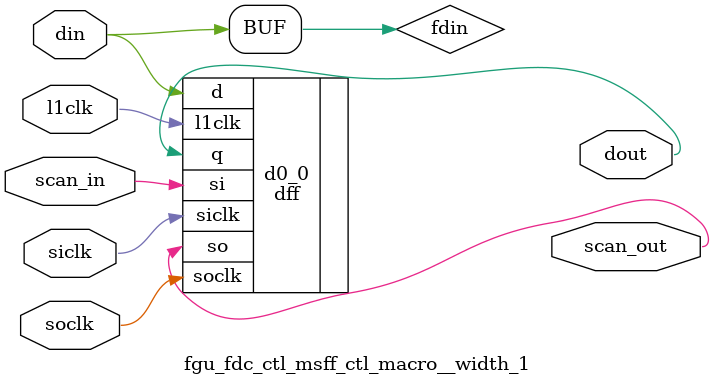
<source format=v>
module fgu_fdc_ctl (
  l2clk, 
  scan_in, 
  tcu_pce_ov, 
  spc_aclk, 
  spc_bclk, 
  tcu_scan_en, 
  scan_out, 
  fac_div_flush_fx3, 
  fpe_rs2_fmt_fx1_b0, 
  fpf_hi_bof_fx1, 
  fpf_lo_bof_fx1, 
  fpf_sa_xor_sb_fx1, 
  fac_div_valid_fx1, 
  fac_divq_valid_fx1, 
  fac_div_control_fx1, 
  fpc_rd_mode_fx3, 
  fpc_emin_fx3, 
  div_clken, 
  fdd_pe_clth, 
  fdd_cla_zero32_, 
  fdd_cla_zero64_, 
  fdd_result, 
  fdd_fdx_din0, 
  fdd_fdx_din1, 
  fdd_fdx_cin64, 
  fdd_fdq00_10_sum, 
  fdd_fdq00_10_carry, 
  fdd_fdq1p_sum, 
  fdd_fdq1p_carry, 
  fdd_fdq1n_sum, 
  fdd_fdq1n_carry, 
  fgu_fdiv_stall, 
  fgu_idiv_stall, 
  fdc_dec_exp_early, 
  fdc_icc_v_early, 
  fdc_xicc_z_early, 
  fdc_finish_int_early, 
  fdc_finish_fltd_early, 
  fdc_finish_flts_early, 
  fdc_flt_inexact, 
  fdc_asign_lth, 
  fdc_bsign_lth, 
  fdc_bsign_lth_, 
  fdc_pe_cycle3, 
  fdc_pe_cmux_sel, 
  fdc_pe_smux_sel, 
  fdc_pe_xsht_ctl, 
  fdc_ie_fsqrt_valid_even, 
  fdc_ie_fsqrt_valid_even_, 
  fdc_ie_fsqrt_valid_odd, 
  fdc_ie_fsqrt_valid_odd_, 
  fdc_ie_rmux_sel, 
  fdc_ie_dmux_sel, 
  fdc_flt_increment, 
  fdc_pte_clasel, 
  fdc_pte_csa_cin, 
  fdc_pte_cycle2, 
  fdc_emin_lth, 
  fdc_pte_qsel, 
  fdc_pte_stall_, 
  fdc_flt_round, 
  fdc_idiv_ctl, 
  fdc_fdx_cin_in, 
  fdc_qsel00, 
  fdc_qsel1, 
  fdc_q_in, 
  fdc_qm1_in);
wire pce_ov;
wire stop;
wire siclk;
wire soclk;
wire se;
wire l1clk_pm1;
wire spares_scanin;
wire spares_scanout;
wire incoming_sign_fx1;
wire [7:0] qcontrol_in;
wire fsqrt_fract_all_ones;
wire [7:0] qcontrol_fx1;
wire qdata_lth_scanin;
wire qdata_lth_scanout;
wire valid_in;
wire valid_lth;
wire [3:0] fdc_pte_cycle;
wire div_flush_lth;
wire [3:1] pe_cycle_in;
wire [3:1] fdc_pe_cycle;
wire engine_running_in;
wire engine_stop;
wire engine_running_lth;
wire engine_on;
wire [7:0] pe_ndq;
wire [3:0] pte_cycle_in;
wire [4:0] control_lth;
wire cntl_lth_scanin;
wire cntl_lth_scanout;
wire [2:0] pe_hmux_sel;
wire b_neg_one;
wire [7:0] pe_xsht_amt;
wire a_neg_max;
wire ovfl_64_in;
wire b_neg_one_lth;
wire finish_raw;
wire ovfl_64_lth;
wire flt_shift_sel_;
wire ovlf_lth_scanin;
wire ovlf_lth_scanout;
wire cla_zero64_lth_;
wire cla_zero32_lth_;
wire fdiv_stall_in;
wire stall_hold;
wire idiv_stall_in;
wire stall_hold_in;
wire [3:0] stall_cnt_raw;
wire [3:0] stall_cnt_in;
wire finish_lth;
wire [3:0] stall_cnt;
wire stall_lth_scanin;
wire stall_lth_scanout;
wire finish_lth_in;
wire idiv_stall_lth;
wire [4:0] control_in;
wire asign_in;
wire bsign_in;
wire ndq_odd_in;
wire data_lth_scanin;
wire data_lth_scanout;
wire ndq_odd_lth;
wire ndq_odd_2lth;
wire [63:0] clth;
wire b0_nor_76;
wire b0_nor_54;
wire b0_nor_32;
wire b0_nor_10;
wire b0_zeroh_;
wire b0_zerol_;
wire b0_zero_;
wire [1:0] b0_cnth;
wire [1:0] b0_cntl;
wire [2:0] b0_cnt;
wire b1_nor_76;
wire b1_nor_54;
wire b1_nor_32;
wire b1_nor_10;
wire b1_zeroh_;
wire b1_zerol_;
wire b1_zero_;
wire [1:0] b1_cnth;
wire [1:0] b1_cntl;
wire [2:0] b1_cnt;
wire b2_nor_76;
wire b2_nor_54;
wire b2_nor_32;
wire b2_nor_10;
wire b2_zeroh_;
wire b2_zerol_;
wire b2_zero_;
wire [1:0] b2_cnth;
wire [1:0] b2_cntl;
wire [2:0] b2_cnt;
wire b3_nor_76;
wire b3_nor_54;
wire b3_nor_32;
wire b3_nor_10;
wire b3_zeroh_;
wire b3_zerol_;
wire b3_zero_;
wire [1:0] b3_cnth;
wire [1:0] b3_cntl;
wire [2:0] b3_cnt;
wire b4_nor_76;
wire b4_nor_54;
wire b4_nor_32;
wire b4_nor_10;
wire b4_zeroh_;
wire b4_zerol_;
wire b4_zero_;
wire [1:0] b4_cnth;
wire [1:0] b4_cntl;
wire [2:0] b4_cnt;
wire b5_nor_76;
wire b5_nor_54;
wire b5_nor_32;
wire b5_nor_10;
wire b5_zeroh_;
wire b5_zerol_;
wire b5_zero_;
wire [1:0] b5_cnth;
wire [1:0] b5_cntl;
wire [2:0] b5_cnt;
wire b6_nor_76;
wire b6_nor_54;
wire b6_nor_32;
wire b6_nor_10;
wire b6_zeroh_;
wire b6_zerol_;
wire b6_zero_;
wire [1:0] b6_cnth;
wire [1:0] b6_cntl;
wire [2:0] b6_cnt;
wire b7_nor_76;
wire b7_nor_54;
wire b7_nor_32;
wire b7_nor_10;
wire b7_zeroh_;
wire b7_zerol_;
wire b7_zero_;
wire [1:0] b7_cnth;
wire [1:0] b7_cntl;
wire [2:0] b7_cnt;
wire b3_0sel;
wire b2_0sel;
wire b1_0sel;
wire b0_0sel;
wire [4:0] cntl0l;
wire b7_0sel;
wire b6_0sel;
wire b5_0sel;
wire b4_0sel;
wire [4:0] cntl0h;
wire cntl0_selh;
wire cntl0_sell;
wire [6:0] cntl0;
wire b7_nand_74;
wire b7_nand_30;
wire b7_ones;
wire b7_ones_;
wire [1:0] b7_cnt1h;
wire [1:0] b7_cnt1l;
wire [2:0] b7_cnt1;
wire b6_nand_74;
wire b6_nand_30;
wire b6_ones;
wire b6_ones_;
wire [1:0] b6_cnt1h;
wire [1:0] b6_cnt1l;
wire [2:0] b6_cnt1;
wire b5_nand_74;
wire b5_nand_30;
wire b5_ones;
wire b5_ones_;
wire [1:0] b5_cnt1h;
wire [1:0] b5_cnt1l;
wire [2:0] b5_cnt1;
wire b4_nand_74;
wire b4_nand_30;
wire b4_ones;
wire b4_ones_;
wire [1:0] b4_cnt1h;
wire [1:0] b4_cnt1l;
wire [2:0] b4_cnt1;
wire b3_nand_74;
wire b3_nand_30;
wire b3_ones;
wire b3_ones_;
wire [1:0] b3_cnt1h;
wire [1:0] b3_cnt1l;
wire [2:0] b3_cnt1;
wire b2_nand_74;
wire b2_nand_30;
wire b2_ones;
wire b2_ones_;
wire [1:0] b2_cnt1h;
wire [1:0] b2_cnt1l;
wire [2:0] b2_cnt1;
wire b1_nand_74;
wire b1_nand_30;
wire b1_ones;
wire b1_ones_;
wire [1:0] b1_cnt1h;
wire [1:0] b1_cnt1l;
wire [2:0] b1_cnt1;
wire b0_nand_74;
wire [1:0] b0_cnt1h;
wire [1:0] b0_cnt1l;
wire [2:0] b0_cnt1;
wire b3_1sel;
wire b2_1sel;
wire b1_1sel;
wire b0_1sel;
wire [4:0] cntl1l;
wire b7_1sel;
wire b6_1sel;
wire b5_1sel;
wire b4_1sel;
wire [4:0] cntl1h;
wire cntl1_selh;
wire [5:0] cntl1;
wire xsht_amt_sel10;
wire xsht_amt_sel11;
wire xsht_amt_sel20;
wire xsht_amt_sel21;
wire [7:0] xsht_amt_in;
wire [7:0] pe_hamt_lth;
wire [7:0] pe_hamt_in;
wire xsht_lth_scanin;
wire xsht_lth_scanout;
wire hamt_lth_scanin;
wire hamt_lth_scanout;
wire [5:0] xsht_ctl_in;
wire xcntl_lth_scanin;
wire xcntl_lth_scanout;
wire engine_valid_fx1;
wire engine_valid_fx2;
wire queue_valid_lth_fx2;
wire engine_valid_lth_fx2;
wire engine_valid_fx3;
wire queue_valid_lth_fx3;
wire engine_valid_lth_fx3;
wire queue_valid_fx1;
wire queue_valid_fx2;
wire q2e_fx3p;
wire xrnd_vld_lth_scanin;
wire xrnd_vld_lth_scanout;
wire [1:0] eround_mode_in;
wire [1:0] qround_mode_lth;
wire [1:0] eround_mode_lth;
wire e_emin_in;
wire q_emin_lth;
wire [1:0] qround_mode_in;
wire q_emin_in;
wire float_sign_in;
wire float_sign_lth;
wire flt_sqrte_kill_dec;
wire inexact_in;
wire final_sticky;
wire final_guard;
wire xrnd_lth_scanin;
wire xrnd_lth_scanout;
wire sticky_pte1;
wire sticky_pte0;
wire final_lsb;
wire flt_rnd00_en;
wire flt_rnd1x_en;
wire fsqrt_special_in;
wire fsqrt_special_lth;
wire spec_sqrt_lth_scanin;
wire spec_sqrt_lth_scanout;
wire cla_64;
wire cin_in_raw;
wire [3:0] fdq00_sum;
wire [3:0] fdq00_carry;
wire [3:0] pr00;
wire [3:0] pr1p;
wire [2:0] qsel1p;
wire [3:0] fdq10_sum;
wire [3:0] fdq10_carry;
wire [3:0] pr10;
wire [2:0] qsel10;
wire [3:0] pr1n;
wire [2:0] qsel1n;
wire engine_start;


// Timing constraints definition :
//   For Inputs  : Required setup to the end of the cycle
//   For Outputs : Actual time the signal leaves block measured from L1CLK rise
//   For pin location : I am assuming dataflow direction is vertical


// *** globals ***
input		l2clk;
input  		scan_in;
input  		tcu_pce_ov;		// scan signals
input  		spc_aclk;
input  		spc_bclk;
input           tcu_scan_en;
output 		scan_out;

input		fac_div_flush_fx3;
input        	fpe_rs2_fmt_fx1_b0;
input		fpf_hi_bof_fx1;
input		fpf_lo_bof_fx1;
input		fpf_sa_xor_sb_fx1;

input		fac_div_valid_fx1;	//  div_valid  divq_valid  |  action
input		fac_divq_valid_fx1;	//  ---------  ----------  |  ---------------------------------------
					//     1           0       |  start divide from FX1   RS1/RS2/control
					//     0           1       |  load  queue  from FX1   RS1/RS2/control
					//     1           1       |  start divide from queue RS1/RS2/control

input  [4:0]	fac_div_control_fx1;   // 0in value -var fac_div_control_fx1[3:0] -val 4'b0000 4'b0010 4'b0100 4'b0101 4'b0110 4'b0111 4'b1000 4'b1010 -active (fac_div_valid_fx1 ^ fac_divq_valid_fx1)
				       // [3:0]  :                            [4] : Thread Group
                                       //  0000  : Float Divide Single
                                       //  0010  : Float Divide Double
                                       //  0100  : Integer Unsigned - 32 bit
                                       //  0101  : Integer   Signed - 32 bit
                                       //  0110  : Integer Unsigned - 64 bit
                                       //  0111  : Integer   Signed - 64 bit
                                       //  1000  : Float SQRT   Single
                                       //  1010  : Float SQRT   Double

input  [1:0]	fpc_rd_mode_fx3;
input		fpc_emin_fx3;

input           div_clken;             // div clken


// *** locals  ***
input  [63:0]	fdd_pe_clth;
input		fdd_cla_zero32_;
input		fdd_cla_zero64_;
input  [63:9]	fdd_result;

input		fdd_fdx_din0;
input		fdd_fdx_din1;
input		fdd_fdx_cin64;

input  [4:0]	fdd_fdq00_10_sum;
input  [4:0]	fdd_fdq00_10_carry;
input  [3:0]	fdd_fdq1p_sum;
input  [3:0]	fdd_fdq1p_carry;
input  [3:0]	fdd_fdq1n_sum;
input  [3:0]	fdd_fdq1n_carry;


// *** globals ***
output		fgu_fdiv_stall;
output [1:0]	fgu_idiv_stall;		// Stall by Thread Group
output		fdc_dec_exp_early;
output		fdc_icc_v_early;
output [1:0]	fdc_xicc_z_early;
output		fdc_finish_int_early;
output		fdc_finish_fltd_early;
output		fdc_finish_flts_early;
output		fdc_flt_inexact;


// *** locals  ***
output		fdc_asign_lth;
output		fdc_bsign_lth;
output		fdc_bsign_lth_;
output		fdc_pe_cycle3;
output		fdc_pe_cmux_sel;
output [2:0]	fdc_pe_smux_sel;
output [5:0]	fdc_pe_xsht_ctl;
output		fdc_ie_fsqrt_valid_even;
output		fdc_ie_fsqrt_valid_even_;
output		fdc_ie_fsqrt_valid_odd;
output		fdc_ie_fsqrt_valid_odd_;
output [4:0]	fdc_ie_rmux_sel;
output [2:0]	fdc_ie_dmux_sel;
output		fdc_flt_increment;
output [1:0]	fdc_pte_clasel;
output		fdc_pte_csa_cin;
output		fdc_pte_cycle2;
output		fdc_emin_lth;
output [2:0]	fdc_pte_qsel;
output		fdc_pte_stall_;

output [1:0]	fdc_flt_round;
output [4:0]	fdc_idiv_ctl;           // 0in bits_on -max 1 -var fdc_idiv_ctl[3:0]
					//  3210   [4] = integer
                                        //  ----
                                        //  0001 : 8000 0000 0000 0000
                                        //  0010 : FFFF FFFF 8000 0000
                                        //  0100 : 0000 0000 7FFF FFFF
                                        //  1000 : 0000 0000 FFFF FFFF

output		fdc_fdx_cin_in;
output [2:0]	fdc_qsel00;
output [2:0]	fdc_qsel1;

output [1:0]	fdc_q_in;
output [1:0]	fdc_qm1_in;

// scan renames
assign pce_ov = tcu_pce_ov;
assign stop   = 1'b0;
assign siclk  = spc_aclk;
assign soclk  = spc_bclk;
assign se     = tcu_scan_en;
// end scan


fgu_fdc_ctl_l1clkhdr_ctl_macro clkgen_pm1 (
  .l2clk(l2clk),
  .l1en (div_clken),
  .l1clk(l1clk_pm1),
  .pce_ov(pce_ov),
  .stop(stop),
  .se(se)
  );

fgu_fdc_ctl_spare_ctl_macro__num_3 spares  (  // spares: 13 gates + 1 flop for each "num"
  .scan_in(spares_scanin),
  .scan_out(spares_scanout),
  .l1clk(l1clk_pm1),
  .siclk(siclk),
  .soclk(soclk)
  );


assign incoming_sign_fx1= fpf_sa_xor_sb_fx1 & ~fac_div_control_fx1[3];	// Turn off for Square Root

assign qcontrol_in[7:0]	= ({8{ fac_divq_valid_fx1}} & {fsqrt_fract_all_ones,incoming_sign_fx1,fpe_rs2_fmt_fx1_b0,fac_div_control_fx1[4:0]}) |
			  ({8{~fac_divq_valid_fx1}} & qcontrol_fx1[7:0]                                                                   );

fgu_fdc_ctl_msff_ctl_macro__width_8	qdata_lth	 (
 .scan_in(qdata_lth_scanin),
 .scan_out(qdata_lth_scanout),
 .l1clk( l1clk_pm1         ),
 .din  ({qcontrol_in[7:0] }),
 .dout ({qcontrol_fx1[7:0]}),
  .siclk(siclk),
  .soclk(soclk));


 
// * * * * * * * * * * * * Main Controller * * * * * * * * * * * * 


// *** State control ***

//* * * * * * * * * * * * "pre-engine" (integer only)* * * * *
//
// cycle  0   :  fac_div_valid_fx1  A&B are transmitted to divide hardware
//                                  A loaded into Slth
//                                  B loaded into Clth;
//
// cycle  1   :  pe_cycle[1]        B into CNTL0 and CNTL1 -> compute "lsb";
//                                  A loaded into Clth;
//                                  B loaded into Slth;
//
// cycle  2   :  pe_cycle[2]        A into CNTL0 and CNTL1 -> compute "lsa"; 
//                                  B shifts by "lsb" amount
//                                  A loaded into Slth; 
//                                  Xsht loaded into Clth;  (this is Bsh)
//
// cycle  3   :  pe_cycle[3]        A shifts by "lsa" amount;
//               engine_start       Bsh is XORed to produce positive divisor
//                                  compute ndq = lsb - lsa + 1;
//                                  finished if ndq <= 0;        (ie B > A)
//
//* * * * * * * * * * * * * "engine" * * * * * * * * * * * * * 
//
// See Integer "engine" run-time below for how ndq is computed.
//
// if (even ndq)
//    then X =  ndq / 2
//    else X = (ndq - 1) / 2
//
// for X cycles
//    perform loop
//
//  cycle X+3 :  engine_stop      last loop
//
//* * * * * * * * * * * * "post-engine" * * * * * * * * * * * *
//
//  cycle X+4 :  pte_cycle[3]       load "S0" and "C0" latches into adder latches
//                                  For an odd ndq, we actually compute the last Q and Qm1
//                                  and then load "C1" and "S1" into the adder latches.
//
//  cycle X+5 :  pte_cycle[2]       compute Sign of Remainder
//                                  compute zero remainder (used as Sticky and in correction)
//                                  load Q and Qm1 into adder latches
//                                  make correction if necessary
//                                  turn off valid_lth (new divide will NOT affect result)
//
//  cycle X+6 :  pte_cycle[1]       compute Qf = Q - Qm1 + correction;
//                                  64-bit Integer - load into Result latch
//
//  cycle X+7    pte_cycle[0]       32-bit Integer - Overflow detection and correction
//                                  Floating Point - Round
//
//  cycle X+7/8  fdc_finish         transmit Result
//
//
//* * * * * * * * * * * * Integer "engine" run-time * * * * * * * * * *
// 
// 
// Define : lsa  : number of Leading Sign bits in A (n-1 for negative)
//          lsb  : number of Leading Sign bits in B (n   for negative)
//          nda  : number of digits in A (nda=64-lsa)
//          ndb  : number of digits in B (ndb=64-lsb)
//          ndq  : number of digits in the Quotient Q  (MAX)
// 
// Then ndq = nda - (ndb - 1);
// 
// The minus one comes from the fact that dividing by '1' does not reduce
// the number of significant bits in the dividend (A operand).
// 
// By substitution :
// 
//      ndq = [64 - lsa] - ([64 - lsb] - 1);
//          = lsb - lsa + 1;
// 
// 
// Example :      A = 0000 1111 (+15)    lsa = 4
// (8-bit)        B = 0000 0010 (+2)     lsb = 6
//                ------------------
//                R = 0000 0111 (+7)     notice ndq=3
// 
//                compute ndq = lsb - lsa + 1
//                            =  6  -  4  + 1 
//                            =  3             (this is a MAX ndq computation)
// 
// 
// Example :      A = 0000 1000 (+8)     lsa = 4
// (8-bit)        B = 0000 0011 (+3)     lsb = 6
//                ------------------
//                R = 0000 0010 (+2)     notice ndq=2
// 
//                compute ndq = lsb - lsa + 1
//                            =  6  -  4  + 1 
//                            =  3             (this is a MAX ndq computation)
// 
// 
// Example :      A = 1111 0000 (-16)    lsa = 3  (n-1 for negative)
// (8-bit)        B = 0000 0010 (+2)     lsb = 6
//                ------------------
//                R = 1111 1000 (-8)     notice ndq=4
// 
//                compute ndq = lsb - lsa + 1
//                            =  6  -  3  + 1 
//                            =  4             (this is a MAX ndq computation)
// 
// 
// 
// 
// 
//* * * * * * * * * * * * * Total cycle count * * * * * * * * * * * *
// 
// *** 32-bit Integer Division***
// 
// FX1    transmit of RS1 and RS2
//  3     "pre-engine"
//  X     "engine"        where   X = (lsb-lsa)// 2; {0 to 32 cycles}
//  4     "post-engine"   where   4th cycle is Overflow detection and correction
//  S     "engine-stall"  where   S = 4 - X;  {0 to 4 cycles}  (needed to sync up with bubble)
// FX5    transmit to EXU
// W
// ---
// 10+X+S   {14 to 42 cycles}
//
//
// *** 64-bit Integer Division***
// 
// FX1    transmit of RS1 and RS2
//  3     "pre-engine"
//  X     "engine"        where   X = (lsb-lsa)// 2; {0 to 32 cycles}
//  3     "post-engine"
//  S     "engine-stall"  where   S = 4 - X;  {0 to 4 cycles}  (needed to sync up with bubble)
// FX5    transmit to EXU
// W
// ---
//  9+X+S   {13 to 41 cycles}
// 
// 
// *** Float Double Precision divide and square root***
// 
// FX1    transmit of RS1 and RS2
//  27    "engine"        need 53 mantissa + 1 guard + 1 for 0.1 = 55
//                        27 cycles compute 54 quotient digits.  The last bit is computed during pte_cycle[3].
//  4     "post-engine"
// FB
// FW
// FW1
// ---
// 35 cycles
// 
// 
// *** Float Single Precision divide and square root ***
// 
// FX1    transmit of RS1 and RS2
//  13    "engine"        need 24 mantissa + 1 guard + 1 for 0.1 = 26
//  4     "post-engine"
// FB
// FW
// FW1
// ---
// 21 cycles


assign valid_in           = (fac_div_valid_fx1                                            ) |
                            (valid_lth          & ~fdc_pte_cycle[2]       & ~div_flush_lth);

assign pe_cycle_in[1]     = (fac_div_valid_fx1  &  fac_div_control_fx1[2] & ~fac_divq_valid_fx1) |
                            (fac_div_valid_fx1  &         qcontrol_fx1[2] &  fac_divq_valid_fx1);

assign pe_cycle_in[3:2]   =  fdc_pe_cycle[2:1]                            & {2{~div_flush_lth}};

assign engine_running_in  = (fac_div_valid_fx1  & ~fac_div_control_fx1[2] & ~fac_divq_valid_fx1) |  // start FLT
                            (fac_div_valid_fx1  &        ~qcontrol_fx1[2] &  fac_divq_valid_fx1) |  // start FLT
                            (fdc_pe_cycle[3]    & ~engine_stop            & ~div_flush_lth     ) |  // start INT
                            (engine_running_lth & ~engine_stop            & ~div_flush_lth     );

assign engine_on          =  fdc_pe_cycle[3] | engine_running_lth;

// 0in assert_timer -var (engine_running_lth & (control_lth[2:0] == 3'b000)) -max 13 -message "FDIV/FSQRT engine running > 13 cycles for SP"
// 0in assert_timer -var (engine_running_lth & (control_lth[2:0] == 3'b010)) -max 27 -message "FDIV/FSQRT engine running > 27 cycles for DP"
// 0in assert_timer -var (engine_running_lth & (control_lth[3:2] == 2'b01 )) -max 32 -message "IDIV engine running > 32 cycles"

assign engine_stop        = ((pe_ndq[6:1] == 6'b000000) & engine_on) |
                            ( pe_ndq[7]                 & engine_on);

assign pte_cycle_in[3:1]  = {engine_stop,fdc_pte_cycle[3:2]}                       & {3{~div_flush_lth}};
assign pte_cycle_in[0]    =  fdc_pte_cycle[1] & ~(control_lth[2] & control_lth[1]) &    ~div_flush_lth;

fgu_fdc_ctl_msff_ctl_macro__width_10	cntl_lth	 (
 .scan_in(cntl_lth_scanin),
 .scan_out(cntl_lth_scanout),
 .l1clk( l1clk_pm1                                                                                   ),
 .din  ({valid_in  , pe_cycle_in[3:1]  , engine_running_in  , pte_cycle_in[3:0]  , fac_div_flush_fx3}),
 .dout ({valid_lth , fdc_pe_cycle[3:1] , engine_running_lth , fdc_pte_cycle[3:0] , div_flush_lth    }),
  .siclk(siclk),
  .soclk(soclk));

// 0in bits_on -max 1 -var {fdc_pe_cycle[3:1], engine_running_lth, fdc_pte_cycle[3:0], finish_lth}

// 0in state_transition -var {fac_div_valid_fx1, pe_cycle_in[3:1], engine_running_in} -val {1'b1, 3'b000, 1'b0} -next {1'b0, 3'b001, 1'b0} {1'b0, 3'b000, 1'b1} {1'b0, 3'b000, 1'b0} -match_by_cycle
// 0in state_transition -var  pe_cycle_in[3:1] -val 3'b000 -next 3'b001 3'b000
// 0in state_transition -var  pe_cycle_in[3:1] -val 3'b001 -next 3'b010 3'b000 -match_by_cycle
// 0in state_transition -var  pe_cycle_in[3:1] -val 3'b010 -next 3'b100 3'b000 -match_by_cycle
// 0in state_transition -var {engine_running_in, pe_cycle_in[3:1]} -val {1'b0, 3'b100} -next {1'b1, 3'b000} {1'b0, 3'b000} -match_by_cycle
// 0in state_transition -var {pte_cycle_in[3:0], engine_running_in} -val {4'b0000, 1'b1} -next {4'b1000, 1'b0} {4'b0000, 1'b0}
// 0in state_transition -var  pte_cycle_in[3:0] -val 4'b0000 -next 4'b1000
// 0in state_transition -var  pte_cycle_in[3:0] -val 4'b1000 -next 4'b0100 -match_by_cycle
// 0in state_transition -var  pte_cycle_in[3:0] -val 4'b0100 -next 4'b0010 -match_by_cycle
// 0in state_transition -var {pte_cycle_in[3:0], finish_lth_in} -val {4'b0010, 1'b0} -next {4'b0001, 1'b0} {4'b0000, 1'b1}
// 0in state_transition -var {pte_cycle_in[3:0], finish_lth_in} -val {4'b0001, 1'b0} -next {4'b0000, 1'b1}

assign fdc_pe_cycle3      = fdc_pe_cycle[3];	// Tools issues with single bit buses downstream
assign fdc_pte_cycle2     = fdc_pte_cycle[2];	// Tools issues with single bit buses downstream

assign fdc_pe_cmux_sel    =   fdc_pe_cycle[1]   | fdc_pe_cycle[2];

// For neg B, left shift by 1 to compensate for 'n-1' shift amount
assign fdc_pe_smux_sel[0] =   fdc_pe_cycle[1]   & fdd_pe_clth[63] & control_lth[0];
assign fdc_pe_smux_sel[1] =   fdc_pe_cycle[1]   | fdc_pe_cycle[2];
assign fdc_pe_smux_sel[2] =   fac_div_valid_fx1 & ~fac_divq_valid_fx1;

assign     pe_hmux_sel[0] = ( fac_div_valid_fx1 & ~fac_div_control_fx1[2] &  fac_div_control_fx1[1] & ~fac_divq_valid_fx1) |
                            ( fac_div_valid_fx1 &        ~qcontrol_fx1[2] &         qcontrol_fx1[1] &  fac_divq_valid_fx1);
assign     pe_hmux_sel[1] = ( fac_div_valid_fx1 & ~fac_div_control_fx1[2] & ~fac_div_control_fx1[1] & ~fac_divq_valid_fx1) |
                            ( fac_div_valid_fx1 &        ~qcontrol_fx1[2] &        ~qcontrol_fx1[1] &  fac_divq_valid_fx1);
assign     pe_hmux_sel[2] =  ~fdc_pe_cycle[1]   &  valid_lth;

 
// *** Integer Overflow Detection ***

// fdc_idiv_ctl
      //  3210
      //  ----
      //  0001 : 8000 0000 0000 0000  ovfl_64x
      //  0010 : FFFF FFFF 8000 0000  ovfl_32n
      //  0100 : 0000 0000 7FFF FFFF  ovfl_32p
      //  1000 : 0000 0000 FFFF FFFF  ovfl_32u


// For 64-bit divide, the only OVFL condition exits is :  neg max / -1 
// This results in a constant of "8000 0000 0000 0000" defined on pg 196.

assign b_neg_one       =  fdc_pe_cycle[2] & fdc_bsign_lth &
                         (pe_xsht_amt[6:0] == 7'b0111111);

assign a_neg_max       =  fdc_pe_cycle[3] & fdc_asign_lth &
                         (pe_xsht_amt[6:0] == 7'b1111111);  // xsht_amt is inverted by cycle[3]

assign ovfl_64_in      = ( a_neg_max      &  b_neg_one_lth & ~div_flush_lth) |  // 64-bit divide
                         (~finish_raw     &  ovfl_64_lth   & ~div_flush_lth);

assign fdc_idiv_ctl[0] =  fdc_pte_cycle[0] & ovfl_64_lth   & control_lth[1];

// For 64-bit/32-bit, three OVFL constants are possible.  (see pages 152-154)
// For - signed : if quotient <= (-2^31 - 1) then result = FFFF FFFF 8000 0000 (-2^31    )
// For + signed : if quotient >= ( 2^31    ) then result = 0000 0000 7FFF FFFF ( 2^31 - 1)
// For unsigned : if quotient >= ( 2^32    ) then result = 0000 0000 FFFF FFFF ( 2^32 - 1)

assign fdc_idiv_ctl[1] =  fdc_pte_cycle[0] &  (control_lth[2:0] == 3'b101) &
                          fdd_result[63]   &  (fdd_result[62:31] != 32'hFFFFFFFF)  & ~ovfl_64_lth;

assign fdc_idiv_ctl[2] =  fdc_pte_cycle[0] &  (control_lth[2:0] == 3'b101) &
                       ((~fdd_result[63]   &  (fdd_result[62:31] != 32'h00000000)) |  ovfl_64_lth);

assign fdc_idiv_ctl[3] =  fdc_pte_cycle[0] &  (control_lth[2:0] == 3'b100) &
                                              (fdd_result[63:32] != 32'h00000000);

assign fdc_idiv_ctl[4] =  fdc_pte_cycle[0] & ~control_lth[2] & ~flt_shift_sel_ & ~fdc_flt_increment;

assign fdc_icc_v_early = | fdc_idiv_ctl[3:0];


fgu_fdc_ctl_msff_ctl_macro__width_4	ovlf_lth	 (
 .scan_in(ovlf_lth_scanin),
 .scan_out(ovlf_lth_scanout),
 .l1clk( l1clk_pm1							 ),
 .din  ({ovfl_64_in  , b_neg_one     , fdd_cla_zero64_ , fdd_cla_zero32_}),
 .dout ({ovfl_64_lth , b_neg_one_lth , cla_zero64_lth_ , cla_zero32_lth_}),
  .siclk(siclk),
  .soclk(soclk));


assign fdc_xicc_z_early[1] = ~cla_zero64_lth_;
assign fdc_xicc_z_early[0] = ~cla_zero32_lth_ & ~fdc_icc_v_early;

 
// *** Engine stall ***

// The INTEGER divide has a variable timing dependent on the operand data.
// The divide must provide a STALL signal to the issue logic to ensure no
// collision on the shared FGU to EXU bus.  The timing of the IDIV_STALL
// is given below.
//
//  t-1     t     t+1    t+2    t+3    t+4    t+5    t+6    t+7 
//  -----|------|------|------|------|------|------|------|------|
// idiv  | idiv |  D   |  E   | fx1  | fx2  | fx3  | fx4  | fx5  |
// stall | stall|      |      |      |      |      |      |      |
// in    |      |      |      |engine|pte[3]|pte[2]|pte[1]|finish|
//       |      |      |      | stop |      |      |      |      |
//       |      |      |      |      |      |      |      |      |
//   8/9 | 6/7  | 4/5  | 2/3  | 0/1  |      |      |      |      |
//       |      |      |      |      |      |      |      |      |
//   +0  |  +1  |  +2  |  +3  |  +4  |      |      |      |      |
//
//
// The Floating Point Divide and Square Root has a fixed latency.
// The divide must provide a STALL signal to the issue logic to ensure no
// collision at the W2 port to the FRF.
//
//  t-1     t     t+1    t+2    t+3    t+4 
//  -----|------|------|------|------|------|
// fdiv  | fdiv |  D   |  E   |  M   | fb/B |
// stall | stall|      |      |      |      |
// in    |      |      |      |      |      |
//       |      |      |      |      |      |
//       |pte[3]|pte[2]|pte[1]|pte[0]|finish|
//       |      |      |      |      |      |
//       |      |      |      |      |      |
//   8/9 | 6/7  |      |      |      |      |
//       |      |      |      |      |      |
//   +0  |  +1  |      |      |      |      |
//
//
// at engine_start :
//                    stall_cnt
//                    3 2 1 0
//                    -------
//    ndq = neg   ->  1 1 1 1
//    ndq = 0/1   ->  1 1 1 1    [6:1] = 000 000
//    ndq = 2/3   ->  0 1 1 1          = 000 001
//    ndq = 4/5   ->  0 0 1 1          = 000 010
//    ndq = 6/7   ->  0 0 0 1          = 000 011
//    ndq >=8/9   ->  0 0 0 0          = 000 100   idiv_stall_in


assign fdiv_stall_in     = ((pe_ndq[6:1] == 6'b000000) & engine_on & ~control_lth[2]                  & ~stall_hold);

assign idiv_stall_in     = ((pe_ndq[6:1] == 6'b000100) & engine_on &  control_lth[2] & control_lth[1] & ~stall_hold & ~div_flush_lth) |
                           ((pe_ndq[6:3] == 4'b0000  ) & engine_on &  control_lth[2]                  & ~stall_hold & ~div_flush_lth) |
                           ( pe_ndq[7]                 & engine_on &  control_lth[2]                  & ~stall_hold & ~div_flush_lth);


assign stall_hold_in     = (fdiv_stall_in & ~div_flush_lth              ) |
                           (idiv_stall_in & ~div_flush_lth              ) |
                           (stall_hold    & ~div_flush_lth & ~finish_raw);


assign stall_cnt_raw[3]  = (pe_ndq[6:1] == 6'b000000) |
                           (pe_ndq[7]               );

assign stall_cnt_raw[2]  = (pe_ndq[6:2] == 5'b00000 ) |
                           (pe_ndq[7]               );

assign stall_cnt_raw[1]  = (pe_ndq[6:1] == 6'b000010) |
                           (pe_ndq[6:2] == 5'b00000 ) |
                           (pe_ndq[7]               );

assign stall_cnt_raw[0]  = (pe_ndq[6:3] == 4'b0000  ) |
                           (pe_ndq[7]               );

assign stall_cnt_in[3:0] = ({4{ fdc_pe_cycle[3] &  control_lth[1] & ~div_flush_lth}} &       stall_cnt_raw[3:0] ) |  // INT64 engine_start
                           ({4{ fdc_pe_cycle[3] & ~control_lth[1] & ~div_flush_lth}} & {1'b0,stall_cnt_raw[3:1]}) |  // INT32 engine_start
                           ({4{~fdc_pe_cycle[3] & ~finish_lth     & ~div_flush_lth}} &       stall_cnt[3:0]     ) |
                           ({4{                    finish_lth     & ~div_flush_lth}} & {1'b0,stall_cnt[3:1]    });

fgu_fdc_ctl_msff_ctl_macro__width_8	stall_lth	 (
 .scan_in(stall_lth_scanin),
 .scan_out(stall_lth_scanout),
 .l1clk( l1clk_pm1                                                                           ),
 .din  ({finish_lth_in , fdiv_stall_in  , idiv_stall_in  , stall_hold_in , stall_cnt_in[3:0]}),
 .dout ({finish_lth    , fgu_fdiv_stall , idiv_stall_lth , stall_hold    , stall_cnt[3:0]   }),
  .siclk(siclk),
  .soclk(soclk));


assign fgu_idiv_stall[1]   =   control_lth[4] & idiv_stall_lth;		// Threads 4-7
assign fgu_idiv_stall[0]   =  ~control_lth[4] & idiv_stall_lth;		// Threads 0-3


assign finish_lth_in         =  (fdc_pte_cycle[0]                                                                     & ~div_flush_lth) |
                                (fdc_pte_cycle[1] &                                  control_lth[2] &  control_lth[1] & ~div_flush_lth) |
                                (finish_lth       &  stall_cnt[0]                                                     & ~div_flush_lth);


assign finish_raw            =   finish_lth       & ~stall_cnt[0];

assign fdc_finish_int_early  =  (fdc_pte_cycle[0] & ~stall_cnt[0]                 &  control_lth[2]                  ) |
                                (fdc_pte_cycle[1] & ~stall_cnt[0]                 &  control_lth[2] &  control_lth[1]) |
                                (finish_lth       &  stall_cnt[0] & ~stall_cnt[1] &  control_lth[2]                  );

assign fdc_finish_fltd_early = fdc_pte_cycle[0] &                                   ~control_lth[2] &  control_lth[1];
assign fdc_finish_flts_early = fdc_pte_cycle[0] &                                   ~control_lth[2] & ~control_lth[1];



assign fdc_pte_stall_      =   fdc_pte_cycle[1] |
                               fdc_idiv_ctl[0]  |  fdc_idiv_ctl[1] |  fdc_idiv_ctl[2] |  fdc_idiv_ctl[3] |
                              (fdc_pte_cycle[0] & ~flt_shift_sel_ & ~control_lth[2]) |
                              (fdc_pte_cycle[0] &  fdc_flt_increment               );



// *** State data ***

assign control_in[4:0]    = ({5{ fac_div_valid_fx1 & ~fac_divq_valid_fx1}} & fac_div_control_fx1[4:0]) |
                            ({5{ fac_div_valid_fx1 &  fac_divq_valid_fx1}} &        qcontrol_fx1[4:0]) |
                            ({5{~fac_div_valid_fx1                      }} &         control_lth[4:0]);

assign asign_in           = ( fdc_pe_cycle[2] & fdd_pe_clth[63] &  control_lth[0]   ) |
                            (~fdc_pe_cycle[2] & fdc_asign_lth   & ~fac_div_valid_fx1);

assign bsign_in           = ( fdc_pe_cycle[1] & fdd_pe_clth[63] &  control_lth[0]   ) |
                            (~fdc_pe_cycle[1] & fdc_bsign_lth   & ~fac_div_valid_fx1);

assign ndq_odd_in         = ~pe_ndq[7] & pe_ndq[0];

fgu_fdc_ctl_msff_ctl_macro__width_9	data_lth	 (
 .scan_in(data_lth_scanin),
 .scan_out(data_lth_scanout),
 .l1clk( l1clk_pm1                                                              ),
 .din  ({control_in[4:0] ,asign_in     ,bsign_in     ,ndq_odd_in ,ndq_odd_lth  }),
 .dout ({control_lth[4:0],fdc_asign_lth,fdc_bsign_lth,ndq_odd_lth,ndq_odd_2lth }),
  .siclk(siclk),
  .soclk(soclk));

assign fdc_pte_clasel[0]  =  fdc_pte_cycle[3] & ~ndq_odd_lth;
assign fdc_pte_clasel[1]  =  fdc_pte_cycle[3] &  ndq_odd_lth;

assign fdc_pte_qsel[0]    =  control_lth[2] & ~ndq_odd_2lth;    // INT even
assign fdc_pte_qsel[1]    =  control_lth[2] &  ndq_odd_2lth;    // INT odd
assign fdc_pte_qsel[2]    = ~control_lth[2] &  control_lth[1];  // FLT DP 


assign fdc_bsign_lth_     = ~fdc_bsign_lth;
assign fdc_pte_csa_cin    =  fdc_asign_lth ^ fdc_bsign_lth;


 
// * * * * * * * * * * * Interface to engine * * * * * * * * * * * 

// integer select by "fdc_pe_cycle[3]" 

// fac_div_control_fx1[3:0] ==
//   [3:0]  :
//    0000  : Float Divide Single
//    0010  : Float Divide Double
//    0100  : Integer Unsigned - 32 bit
//    0101  : Integer   Signed - 32 bit
//    0110  : Integer Unsigned - 64 bit
//    0111  : Integer   Signed - 64 bit
//    1000  : Float SQRT   Single
//    1010  : Float SQRT   Double


assign fdc_ie_rmux_sel[0] = ~fac_div_valid_fx1;                                                  // integer
assign fdc_ie_rmux_sel[1] =  fac_div_valid_fx1 &  fac_div_control_fx1[3] & ~fac_divq_valid_fx1;  // float sqrt
assign fdc_ie_rmux_sel[2] =  fac_div_valid_fx1 & ~fac_div_control_fx1[3] & ~fac_divq_valid_fx1;  // float div
assign fdc_ie_rmux_sel[3] =  fac_div_valid_fx1 &         qcontrol_fx1[3] &  fac_divq_valid_fx1;  // float sqrt
assign fdc_ie_rmux_sel[4] =  fac_div_valid_fx1 &        ~qcontrol_fx1[3] &  fac_divq_valid_fx1;  // float div
											       
assign fdc_ie_dmux_sel[0] = ~fac_div_valid_fx1;                                                  // integer
assign fdc_ie_dmux_sel[1] =  fac_div_valid_fx1 & ~fac_div_control_fx1[3] & ~fac_divq_valid_fx1;  // float div
assign fdc_ie_dmux_sel[2] =  fac_div_valid_fx1 &        ~qcontrol_fx1[3] &  fac_divq_valid_fx1;  // float div


// must be qualified w/ valid so INT is not corrupted by garbage on bus during pe_cycle[3]
assign fdc_ie_fsqrt_valid_even  = (fac_div_valid_fx1 & fac_div_control_fx1[3] &  fpe_rs2_fmt_fx1_b0 & ~fac_divq_valid_fx1) |
                                  (fac_div_valid_fx1 &        qcontrol_fx1[3] &  qcontrol_fx1[5]    &  fac_divq_valid_fx1);

assign fdc_ie_fsqrt_valid_odd   = (fac_div_valid_fx1 & fac_div_control_fx1[3] & ~fpe_rs2_fmt_fx1_b0 & ~fac_divq_valid_fx1) |
                                  (fac_div_valid_fx1 &        qcontrol_fx1[3] & ~qcontrol_fx1[5]    &  fac_divq_valid_fx1);

assign fdc_ie_fsqrt_valid_even_ = ~fdc_ie_fsqrt_valid_even;
assign fdc_ie_fsqrt_valid_odd_  = ~fdc_ie_fsqrt_valid_odd;

 
// * * * * * * * * * * * * start : Integer CNTL0 * * * * * * * * * * * * * 

//reg [6:0] cntl0;
//
//always @ (fdd_pe_clth[63:0])
//
// begin
//
// casex (fdd_pe_clth[63:0])
//  64'b1???????????????????????????????????????????????????????????????: cntl0[6:0]  =  7'b0000000;
//  64'b01??????????????????????????????????????????????????????????????: cntl0[6:0]  =  7'b0000001;
//  64'b001?????????????????????????????????????????????????????????????: cntl0[6:0]  =  7'b0000010;
//  64'b0001????????????????????????????????????????????????????????????: cntl0[6:0]  =  7'b0000011;
//  64'b00001???????????????????????????????????????????????????????????: cntl0[6:0]  =  7'b0000100;
//  64'b000001??????????????????????????????????????????????????????????: cntl0[6:0]  =  7'b0000101;
//  64'b0000001?????????????????????????????????????????????????????????: cntl0[6:0]  =  7'b0000110;
//  64'b00000001????????????????????????????????????????????????????????: cntl0[6:0]  =  7'b0000111;
//
//  64'b000000001???????????????????????????????????????????????????????: cntl0[6:0]  =  7'b0001000;
//  64'b0000000001??????????????????????????????????????????????????????: cntl0[6:0]  =  7'b0001001;
//  64'b00000000001?????????????????????????????????????????????????????: cntl0[6:0]  =  7'b0001010;
//  64'b000000000001????????????????????????????????????????????????????: cntl0[6:0]  =  7'b0001011;
//  64'b0000000000001???????????????????????????????????????????????????: cntl0[6:0]  =  7'b0001100;
//  64'b00000000000001??????????????????????????????????????????????????: cntl0[6:0]  =  7'b0001101;
//  64'b000000000000001?????????????????????????????????????????????????: cntl0[6:0]  =  7'b0001110;
//  64'b0000000000000001????????????????????????????????????????????????: cntl0[6:0]  =  7'b0001111;
//
//  64'b00000000000000001???????????????????????????????????????????????: cntl0[6:0]  =  7'b0010000;
//  64'b000000000000000001??????????????????????????????????????????????: cntl0[6:0]  =  7'b0010001;
//  64'b0000000000000000001?????????????????????????????????????????????: cntl0[6:0]  =  7'b0010010;
//  64'b00000000000000000001????????????????????????????????????????????: cntl0[6:0]  =  7'b0010011;
//  64'b000000000000000000001???????????????????????????????????????????: cntl0[6:0]  =  7'b0010100;
//  64'b0000000000000000000001??????????????????????????????????????????: cntl0[6:0]  =  7'b0010101;
//  64'b00000000000000000000001?????????????????????????????????????????: cntl0[6:0]  =  7'b0010110;
//  64'b000000000000000000000001????????????????????????????????????????: cntl0[6:0]  =  7'b0010111;
//
//  64'b0000000000000000000000001???????????????????????????????????????: cntl0[6:0]  =  7'b0011000;
//  64'b00000000000000000000000001??????????????????????????????????????: cntl0[6:0]  =  7'b0011001;
//  64'b000000000000000000000000001?????????????????????????????????????: cntl0[6:0]  =  7'b0011010;
//  64'b0000000000000000000000000001????????????????????????????????????: cntl0[6:0]  =  7'b0011011;
//  64'b00000000000000000000000000001???????????????????????????????????: cntl0[6:0]  =  7'b0011100;
//  64'b000000000000000000000000000001??????????????????????????????????: cntl0[6:0]  =  7'b0011101;
//  64'b0000000000000000000000000000001?????????????????????????????????: cntl0[6:0]  =  7'b0011110;
//  64'b00000000000000000000000000000001????????????????????????????????: cntl0[6:0]  =  7'b0011111;
//
//  64'b000000000000000000000000000000001???????????????????????????????: cntl0[6:0]  =  7'b0100000;
//  64'b0000000000000000000000000000000001??????????????????????????????: cntl0[6:0]  =  7'b0100001;
//  64'b00000000000000000000000000000000001?????????????????????????????: cntl0[6:0]  =  7'b0100010;
//  64'b000000000000000000000000000000000001????????????????????????????: cntl0[6:0]  =  7'b0100011;
//  64'b0000000000000000000000000000000000001???????????????????????????: cntl0[6:0]  =  7'b0100100;
//  64'b00000000000000000000000000000000000001??????????????????????????: cntl0[6:0]  =  7'b0100101;
//  64'b000000000000000000000000000000000000001?????????????????????????: cntl0[6:0]  =  7'b0100110;
//  64'b0000000000000000000000000000000000000001????????????????????????: cntl0[6:0]  =  7'b0100111;
//
//  64'b00000000000000000000000000000000000000001???????????????????????: cntl0[6:0]  =  7'b0101000;
//  64'b000000000000000000000000000000000000000001??????????????????????: cntl0[6:0]  =  7'b0101001;
//  64'b0000000000000000000000000000000000000000001?????????????????????: cntl0[6:0]  =  7'b0101010;
//  64'b00000000000000000000000000000000000000000001????????????????????: cntl0[6:0]  =  7'b0101011;
//  64'b000000000000000000000000000000000000000000001???????????????????: cntl0[6:0]  =  7'b0101100;
//  64'b0000000000000000000000000000000000000000000001??????????????????: cntl0[6:0]  =  7'b0101101;
//  64'b00000000000000000000000000000000000000000000001?????????????????: cntl0[6:0]  =  7'b0101110;
//  64'b000000000000000000000000000000000000000000000001????????????????: cntl0[6:0]  =  7'b0101111;
//
//  64'b0000000000000000000000000000000000000000000000001???????????????: cntl0[6:0]  =  7'b0110000;
//  64'b00000000000000000000000000000000000000000000000001??????????????: cntl0[6:0]  =  7'b0110001;
//  64'b000000000000000000000000000000000000000000000000001?????????????: cntl0[6:0]  =  7'b0110010;
//  64'b0000000000000000000000000000000000000000000000000001????????????: cntl0[6:0]  =  7'b0110011;
//  64'b00000000000000000000000000000000000000000000000000001???????????: cntl0[6:0]  =  7'b0110100;
//  64'b000000000000000000000000000000000000000000000000000001??????????: cntl0[6:0]  =  7'b0110101;
//  64'b0000000000000000000000000000000000000000000000000000001?????????: cntl0[6:0]  =  7'b0110110;
//  64'b00000000000000000000000000000000000000000000000000000001????????: cntl0[6:0]  =  7'b0110111;
//
//  64'b000000000000000000000000000000000000000000000000000000001???????: cntl0[6:0]  =  7'b0111000;
//  64'b0000000000000000000000000000000000000000000000000000000001??????: cntl0[6:0]  =  7'b0111001;
//  64'b00000000000000000000000000000000000000000000000000000000001?????: cntl0[6:0]  =  7'b0111010;
//  64'b000000000000000000000000000000000000000000000000000000000001????: cntl0[6:0]  =  7'b0111011;
//  64'b0000000000000000000000000000000000000000000000000000000000001???: cntl0[6:0]  =  7'b0111100;
//  64'b00000000000000000000000000000000000000000000000000000000000001??: cntl0[6:0]  =  7'b0111101;
//  64'b000000000000000000000000000000000000000000000000000000000000001?: cntl0[6:0]  =  7'b0111110;
//  64'b0000000000000000000000000000000000000000000000000000000000000001: cntl0[6:0]  =  7'b0111111;
//
//  64'b0000000000000000000000000000000000000000000000000000000000000000: cntl0[6:0]  =  7'b1000000;
//
//  default:                                                              cntl0[6:0]  =  7'bxxxxxxx;
//
// endcase
//
//end


// The real count leading zero (CNTL0) circuit must be coded at the gate level.
// For each 8-bit byte, a 3-bit count and an "all zero" will be computed.  The
// "all zero" will then be used to find which byte contains the leading 1.
// The 3-bit count from each byte will be muxed using those "all zero" controls
// to form the 3 LSB's of the CNTL0.  The upper 4 bits of the CNTL0 are 
// computed directly from the byte "all zero" controls.  See the truth tables
// below for more details.
//
//                                    byte
//         clth[7:0]    |  cnt[2:0]   zero
//     -----------------|-----------------
//     1 x x x x x x x  |   0 0 0      0
//     0 1 x x x x x x  |   0 0 1      0
//     0 0 1 x x x x x  |   0 1 0      0
//     0 0 0 1 x x x x  |   0 1 1      0
//     0 0 0 0 1 x x x  |   1 0 0      0
//     0 0 0 0 0 1 x x  |   1 0 1      0
//     0 0 0 0 0 0 1 x  |   1 1 0      0
//     0 0 0 0 0 0 0 1  |   1 1 1      0
//     0 0 0 0 0 0 0 0  |   0 0 0      1
//
//
//          Byte Zero_
//    z7 z6 z5 z4 z3 z2 z1 z0  |   cnt[6:3]
//    -------------------------|-------------
//    1  x  x  x  x  x  x  x   |   0 0 0 0
//    0  1  x  x  x  x  x  x   |   0 0 0 1
//    0  0  1  x  x  x  x  x   |   0 0 1 0
//    0  0  0  1  x  x  x  x   |   0 0 1 1
//    0  0  0  0  1  x  x  x   |   0 1 0 0
//    0  0  0  0  0  1  x  x   |   0 1 0 1
//    0  0  0  0  0  0  1  x   |   0 1 1 0
//    0  0  0  0  0  0  0  1   |   0 1 1 1
//    0  0  0  0  0  0  0  0   |   1 x x x (divide ENDS!)
//
//
// Byte Zero_ is an 8-way OR of all bits in that byte.
// This can be accomplished by 4 * Nor2 + Nand4
//
// In order to compute the 3-bit count, we must further
// divide the byte down into an upper and lower half.
//
// Estimated critical path :
//    NOR2 + NAND4 + PE(3->4) + MUX4 + MUX2 + MUX3(merge CNTL0 + CNTL1)


assign clth[63:0] = fdd_pe_clth[63:0];


// ************************ BYTE 0 => 07:00 **************************

assign b0_nor_76  = ~(clth[7] | clth[6]);
assign b0_nor_54  = ~(clth[5] | clth[4]);
assign b0_nor_32  = ~(clth[3] | clth[2]);
assign b0_nor_10  = ~(clth[1] | clth[0]);

assign b0_zeroh_  = ~(b0_nor_76 & b0_nor_54);
assign b0_zerol_  = ~(b0_nor_32 & b0_nor_10);
assign b0_zero_   = ~(b0_nor_76 & b0_nor_54 & b0_nor_32 & b0_nor_10);

assign b0_cnth[0] =  (~clth[7] &  clth[6]                        ) | 
                     (~clth[7] &             ~clth[5] &  clth[4]);

assign b0_cnth[1] =  (~clth[7] & ~clth[6] &  clth[5]            ) | 
                     (~clth[7] & ~clth[6] &              clth[4]);

assign b0_cntl[0] =  (~clth[3] &  clth[2]                        ) | 
                     (~clth[3] &             ~clth[1] &  clth[0]);

assign b0_cntl[1] =  (~clth[3] & ~clth[2] &  clth[1]            ) | 
                     (~clth[3] & ~clth[2] &              clth[0]);

assign b0_cnt[0]  =  ( b0_zeroh_ & b0_cnth[0]) |
                     (~b0_zeroh_ & b0_cntl[0]);

assign b0_cnt[1]  =  ( b0_zeroh_ & b0_cnth[1]) |
                     (~b0_zeroh_ & b0_cntl[1]);

assign b0_cnt[2]  =  (~b0_zeroh_ & b0_zerol_);


// ************************ BYTE 1 => 15:08 **************************

assign b1_nor_76  = ~(clth[15] | clth[14]);
assign b1_nor_54  = ~(clth[13] | clth[12]);
assign b1_nor_32  = ~(clth[11] | clth[10]);
assign b1_nor_10  = ~(clth[9] | clth[8]);

assign b1_zeroh_  = ~(b1_nor_76 & b1_nor_54);
assign b1_zerol_  = ~(b1_nor_32 & b1_nor_10);
assign b1_zero_   = ~(b1_nor_76 & b1_nor_54 & b1_nor_32 & b1_nor_10);

assign b1_cnth[0] =  (~clth[15] &  clth[14]                        ) | 
                     (~clth[15] &             ~clth[13] &  clth[12]);

assign b1_cnth[1] =  (~clth[15] & ~clth[14] &  clth[13]            ) | 
                     (~clth[15] & ~clth[14] &              clth[12]);

assign b1_cntl[0] =  (~clth[11] &  clth[10]                        ) | 
                     (~clth[11] &             ~clth[9] &  clth[8]);

assign b1_cntl[1] =  (~clth[11] & ~clth[10] &  clth[9]            ) | 
                     (~clth[11] & ~clth[10] &              clth[8]);

assign b1_cnt[0]  =  ( b1_zeroh_ & b1_cnth[0]) |
                     (~b1_zeroh_ & b1_cntl[0]);

assign b1_cnt[1]  =  ( b1_zeroh_ & b1_cnth[1]) |
                     (~b1_zeroh_ & b1_cntl[1]);

assign b1_cnt[2]  =  (~b1_zeroh_ & b1_zerol_);


// ************************ BYTE 2 => 23:16 **************************

assign b2_nor_76  = ~(clth[23] | clth[22]);
assign b2_nor_54  = ~(clth[21] | clth[20]);
assign b2_nor_32  = ~(clth[19] | clth[18]);
assign b2_nor_10  = ~(clth[17] | clth[16]);

assign b2_zeroh_  = ~(b2_nor_76 & b2_nor_54);
assign b2_zerol_  = ~(b2_nor_32 & b2_nor_10);
assign b2_zero_   = ~(b2_nor_76 & b2_nor_54 & b2_nor_32 & b2_nor_10);

assign b2_cnth[0] =  (~clth[23] &  clth[22]                        ) | 
                     (~clth[23] &             ~clth[21] &  clth[20]);

assign b2_cnth[1] =  (~clth[23] & ~clth[22] &  clth[21]            ) | 
                     (~clth[23] & ~clth[22] &              clth[20]);

assign b2_cntl[0] =  (~clth[19] &  clth[18]                        ) | 
                     (~clth[19] &             ~clth[17] &  clth[16]);

assign b2_cntl[1] =  (~clth[19] & ~clth[18] &  clth[17]            ) | 
                     (~clth[19] & ~clth[18] &              clth[16]);

assign b2_cnt[0]  =  ( b2_zeroh_ & b2_cnth[0]) |
                     (~b2_zeroh_ & b2_cntl[0]);

assign b2_cnt[1]  =  ( b2_zeroh_ & b2_cnth[1]) |
                     (~b2_zeroh_ & b2_cntl[1]);

assign b2_cnt[2]  =  (~b2_zeroh_ & b2_zerol_);


// ************************ BYTE 3 => 31:24 **************************

assign b3_nor_76  = ~(clth[31] | clth[30]);
assign b3_nor_54  = ~(clth[29] | clth[28]);
assign b3_nor_32  = ~(clth[27] | clth[26]);
assign b3_nor_10  = ~(clth[25] | clth[24]);

assign b3_zeroh_  = ~(b3_nor_76 & b3_nor_54);
assign b3_zerol_  = ~(b3_nor_32 & b3_nor_10);
assign b3_zero_   = ~(b3_nor_76 & b3_nor_54 & b3_nor_32 & b3_nor_10);

assign b3_cnth[0] =  (~clth[31] &  clth[30]                        ) | 
                     (~clth[31] &             ~clth[29] &  clth[28]);

assign b3_cnth[1] =  (~clth[31] & ~clth[30] &  clth[29]            ) | 
                     (~clth[31] & ~clth[30] &              clth[28]);

assign b3_cntl[0] =  (~clth[27] &  clth[26]                        ) | 
                     (~clth[27] &             ~clth[25] &  clth[24]);

assign b3_cntl[1] =  (~clth[27] & ~clth[26] &  clth[25]            ) | 
                     (~clth[27] & ~clth[26] &              clth[24]);

assign b3_cnt[0]  =  ( b3_zeroh_ & b3_cnth[0]) |
                     (~b3_zeroh_ & b3_cntl[0]);

assign b3_cnt[1]  =  ( b3_zeroh_ & b3_cnth[1]) |
                     (~b3_zeroh_ & b3_cntl[1]);

assign b3_cnt[2]  =  (~b3_zeroh_ & b3_zerol_);


// ************************ BYTE 4 => 39:32 **************************

assign b4_nor_76  = ~(clth[39] | clth[38]);
assign b4_nor_54  = ~(clth[37] | clth[36]);
assign b4_nor_32  = ~(clth[35] | clth[34]);
assign b4_nor_10  = ~(clth[33] | clth[32]);

assign b4_zeroh_  = ~(b4_nor_76 & b4_nor_54);
assign b4_zerol_  = ~(b4_nor_32 & b4_nor_10);
assign b4_zero_   = ~(b4_nor_76 & b4_nor_54 & b4_nor_32 & b4_nor_10);

assign b4_cnth[0] =  (~clth[39] &  clth[38]                        ) | 
                     (~clth[39] &             ~clth[37] &  clth[36]);

assign b4_cnth[1] =  (~clth[39] & ~clth[38] &  clth[37]            ) | 
                     (~clth[39] & ~clth[38] &              clth[36]);

assign b4_cntl[0] =  (~clth[35] &  clth[34]                        ) | 
                     (~clth[35] &             ~clth[33] &  clth[32]);

assign b4_cntl[1] =  (~clth[35] & ~clth[34] &  clth[33]            ) | 
                     (~clth[35] & ~clth[34] &              clth[32]);

assign b4_cnt[0]  =  ( b4_zeroh_ & b4_cnth[0]) |
                     (~b4_zeroh_ & b4_cntl[0]);

assign b4_cnt[1]  =  ( b4_zeroh_ & b4_cnth[1]) |
                     (~b4_zeroh_ & b4_cntl[1]);

assign b4_cnt[2]  =  (~b4_zeroh_ & b4_zerol_);


// ************************ BYTE 5 => 47:40 **************************

assign b5_nor_76  = ~(clth[47] | clth[46]);
assign b5_nor_54  = ~(clth[45] | clth[44]);
assign b5_nor_32  = ~(clth[43] | clth[42]);
assign b5_nor_10  = ~(clth[41] | clth[40]);

assign b5_zeroh_  = ~(b5_nor_76 & b5_nor_54);
assign b5_zerol_  = ~(b5_nor_32 & b5_nor_10);
assign b5_zero_   = ~(b5_nor_76 & b5_nor_54 & b5_nor_32 & b5_nor_10);

assign b5_cnth[0] =  (~clth[47] &  clth[46]                        ) | 
                     (~clth[47] &             ~clth[45] &  clth[44]);

assign b5_cnth[1] =  (~clth[47] & ~clth[46] &  clth[45]            ) | 
                     (~clth[47] & ~clth[46] &              clth[44]);

assign b5_cntl[0] =  (~clth[43] &  clth[42]                        ) | 
                     (~clth[43] &             ~clth[41] &  clth[40]);

assign b5_cntl[1] =  (~clth[43] & ~clth[42] &  clth[41]            ) | 
                     (~clth[43] & ~clth[42] &              clth[40]);

assign b5_cnt[0]  =  ( b5_zeroh_ & b5_cnth[0]) |
                     (~b5_zeroh_ & b5_cntl[0]);

assign b5_cnt[1]  =  ( b5_zeroh_ & b5_cnth[1]) |
                     (~b5_zeroh_ & b5_cntl[1]);

assign b5_cnt[2]  =  (~b5_zeroh_ & b5_zerol_);


// ************************ BYTE 6 => 55:48 **************************

assign b6_nor_76  = ~(clth[55] | clth[54]);
assign b6_nor_54  = ~(clth[53] | clth[52]);
assign b6_nor_32  = ~(clth[51] | clth[50]);
assign b6_nor_10  = ~(clth[49] | clth[48]);

assign b6_zeroh_  = ~(b6_nor_76 & b6_nor_54);
assign b6_zerol_  = ~(b6_nor_32 & b6_nor_10);
assign b6_zero_   = ~(b6_nor_76 & b6_nor_54 & b6_nor_32 & b6_nor_10);

assign b6_cnth[0] =  (~clth[55] &  clth[54]                        ) | 
                     (~clth[55] &             ~clth[53] &  clth[52]);

assign b6_cnth[1] =  (~clth[55] & ~clth[54] &  clth[53]            ) | 
                     (~clth[55] & ~clth[54] &              clth[52]);

assign b6_cntl[0] =  (~clth[51] &  clth[50]                        ) | 
                     (~clth[51] &             ~clth[49] &  clth[48]);

assign b6_cntl[1] =  (~clth[51] & ~clth[50] &  clth[49]            ) | 
                     (~clth[51] & ~clth[50] &              clth[48]);

assign b6_cnt[0]  =  ( b6_zeroh_ & b6_cnth[0]) |
                     (~b6_zeroh_ & b6_cntl[0]);

assign b6_cnt[1]  =  ( b6_zeroh_ & b6_cnth[1]) |
                     (~b6_zeroh_ & b6_cntl[1]);

assign b6_cnt[2]  =  (~b6_zeroh_ & b6_zerol_);


// ************************ BYTE 7 => 63:56 **************************

assign b7_nor_76  = ~(clth[63] | clth[62]);
assign b7_nor_54  = ~(clth[61] | clth[60]);
assign b7_nor_32  = ~(clth[59] | clth[58]);
assign b7_nor_10  = ~(clth[57] | clth[56]);

assign b7_zeroh_  = ~(b7_nor_76 & b7_nor_54);
assign b7_zerol_  = ~(b7_nor_32 & b7_nor_10);
assign b7_zero_   = ~(b7_nor_76 & b7_nor_54 & b7_nor_32 & b7_nor_10);

assign b7_cnth[0] =  (~clth[63] &  clth[62]                        ) | 
                     (~clth[63] &             ~clth[61] &  clth[60]);

assign b7_cnth[1] =  (~clth[63] & ~clth[62] &  clth[61]            ) | 
                     (~clth[63] & ~clth[62] &              clth[60]);

assign b7_cntl[0] =  (~clth[59] &  clth[58]                        ) | 
                     (~clth[59] &             ~clth[57] &  clth[56]);

assign b7_cntl[1] =  (~clth[59] & ~clth[58] &  clth[57]            ) | 
                     (~clth[59] & ~clth[58] &              clth[56]);

assign b7_cnt[0]  =  ( b7_zeroh_ & b7_cnth[0]) |
                     (~b7_zeroh_ & b7_cntl[0]);

assign b7_cnt[1]  =  ( b7_zeroh_ & b7_cnth[1]) |
                     (~b7_zeroh_ & b7_cntl[1]);

assign b7_cnt[2]  =  (~b7_zeroh_ & b7_zerol_);



// ************************  Global CNTL0   **************************

// When CNTL0[6] = 1   all other bits become a DON'T CARE

assign b3_0sel     =  b3_zero_                        ;
assign b2_0sel     = ~b3_zero_ &  b2_zero_            ;
assign b1_0sel     = ~b3_zero_ & ~b2_zero_ &  b1_zero_;
assign b0_0sel     = ~b3_zero_ & ~b2_zero_ & ~b1_zero_;

assign cntl0l[4:0] = ({5{b3_0sel}} & {2'b00,b3_cnt[2:0]}) |
                     ({5{b2_0sel}} & {2'b01,b2_cnt[2:0]}) |
                     ({5{b1_0sel}} & {2'b10,b1_cnt[2:0]}) |
                     ({5{b0_0sel}} & {2'b11,b0_cnt[2:0]});


assign b7_0sel     =  b7_zero_                        ;
assign b6_0sel     = ~b7_zero_ &  b6_zero_            ;
assign b5_0sel     = ~b7_zero_ & ~b6_zero_ &  b5_zero_;
assign b4_0sel     = ~b7_zero_ & ~b6_zero_ & ~b5_zero_;

assign cntl0h[4:0] = ({5{b7_0sel}} & {2'b00,b7_cnt[2:0]}) |
                     ({5{b6_0sel}} & {2'b01,b6_cnt[2:0]}) |
                     ({5{b5_0sel}} & {2'b10,b5_cnt[2:0]}) |
                     ({5{b4_0sel}} & {2'b11,b4_cnt[2:0]});

assign cntl0_selh  =  b7_zero_ | b6_zero_ | b5_zero_ | b4_zero_;
assign cntl0_sell  =  b3_zero_ | b2_zero_ | b1_zero_ | b0_zero_;
assign cntl0[6]    = ~(cntl0_selh | cntl0_sell);

assign cntl0[5:0]  = ({6{ cntl0_selh}} & {1'b0, cntl0h[4:0]}) |
                     ({6{~cntl0_selh}} & {1'b1, cntl0l[4:0]});


// * * * * * * * * * * * * End   : Integer CNTL0 * * * * * * * * * * * * * 

 
// * * * * * * * * * * * * Start : Integer CNTL1 * * * * * * * * * * * * * 

//reg [6:0] cntl1;
//
//always @ (fdd_pe_clth[63:0])
//
// begin
//
//
// casex (fdd_pe_clth[63:0])
//  64'b0???????????????????????????????????????????????????????????????: cntl1[6:0]  =  7'b0000000;
//
//  64'b10??????????????????????????????????????????????????????????????: cntl1[6:0]  =  7'b0000000;
//  64'b110?????????????????????????????????????????????????????????????: cntl1[6:0]  =  7'b0000001;
//  64'b1110????????????????????????????????????????????????????????????: cntl1[6:0]  =  7'b0000010;
//  64'b11110???????????????????????????????????????????????????????????: cntl1[6:0]  =  7'b0000011;
//  64'b111110??????????????????????????????????????????????????????????: cntl1[6:0]  =  7'b0000100;
//  64'b1111110?????????????????????????????????????????????????????????: cntl1[6:0]  =  7'b0000101;
//  64'b11111110????????????????????????????????????????????????????????: cntl1[6:0]  =  7'b0000110;
//  64'b111111110???????????????????????????????????????????????????????: cntl1[6:0]  =  7'b0000111;
//
//  64'b1111111110??????????????????????????????????????????????????????: cntl1[6:0]  =  7'b0001000;
//  64'b11111111110?????????????????????????????????????????????????????: cntl1[6:0]  =  7'b0001001;
//  64'b111111111110????????????????????????????????????????????????????: cntl1[6:0]  =  7'b0001010;
//  64'b1111111111110???????????????????????????????????????????????????: cntl1[6:0]  =  7'b0001011;
//  64'b11111111111110??????????????????????????????????????????????????: cntl1[6:0]  =  7'b0001100;
//  64'b111111111111110?????????????????????????????????????????????????: cntl1[6:0]  =  7'b0001101;
//  64'b1111111111111110????????????????????????????????????????????????: cntl1[6:0]  =  7'b0001110;
//  64'b11111111111111110???????????????????????????????????????????????: cntl1[6:0]  =  7'b0001111;
//
//  64'b111111111111111110??????????????????????????????????????????????: cntl1[6:0]  =  7'b0010000;
//  64'b1111111111111111110?????????????????????????????????????????????: cntl1[6:0]  =  7'b0010001;
//  64'b11111111111111111110????????????????????????????????????????????: cntl1[6:0]  =  7'b0010010;
//  64'b111111111111111111110???????????????????????????????????????????: cntl1[6:0]  =  7'b0010011;
//  64'b1111111111111111111110??????????????????????????????????????????: cntl1[6:0]  =  7'b0010100;
//  64'b11111111111111111111110?????????????????????????????????????????: cntl1[6:0]  =  7'b0010101;
//  64'b111111111111111111111110????????????????????????????????????????: cntl1[6:0]  =  7'b0010110;
//  64'b1111111111111111111111110???????????????????????????????????????: cntl1[6:0]  =  7'b0010111;
//
//  64'b11111111111111111111111110??????????????????????????????????????: cntl1[6:0]  =  7'b0011000;
//  64'b111111111111111111111111110?????????????????????????????????????: cntl1[6:0]  =  7'b0011001;
//  64'b1111111111111111111111111110????????????????????????????????????: cntl1[6:0]  =  7'b0011010;
//  64'b11111111111111111111111111110???????????????????????????????????: cntl1[6:0]  =  7'b0011011;
//  64'b111111111111111111111111111110??????????????????????????????????: cntl1[6:0]  =  7'b0011100;
//  64'b1111111111111111111111111111110?????????????????????????????????: cntl1[6:0]  =  7'b0011101;
//  64'b11111111111111111111111111111110????????????????????????????????: cntl1[6:0]  =  7'b0011110;
//  64'b111111111111111111111111111111110???????????????????????????????: cntl1[6:0]  =  7'b0011111;
//
//  64'b1111111111111111111111111111111110??????????????????????????????: cntl1[6:0]  =  7'b0100000;
//  64'b11111111111111111111111111111111110?????????????????????????????: cntl1[6:0]  =  7'b0100001;
//  64'b111111111111111111111111111111111110????????????????????????????: cntl1[6:0]  =  7'b0100010;
//  64'b1111111111111111111111111111111111110???????????????????????????: cntl1[6:0]  =  7'b0100011;
//  64'b11111111111111111111111111111111111110??????????????????????????: cntl1[6:0]  =  7'b0100100;
//  64'b111111111111111111111111111111111111110?????????????????????????: cntl1[6:0]  =  7'b0100101;
//  64'b1111111111111111111111111111111111111110????????????????????????: cntl1[6:0]  =  7'b0100110;
//  64'b11111111111111111111111111111111111111110???????????????????????: cntl1[6:0]  =  7'b0100111;
//
//  64'b111111111111111111111111111111111111111110??????????????????????: cntl1[6:0]  =  7'b0101000;
//  64'b1111111111111111111111111111111111111111110?????????????????????: cntl1[6:0]  =  7'b0101001;
//  64'b11111111111111111111111111111111111111111110????????????????????: cntl1[6:0]  =  7'b0101010;
//  64'b111111111111111111111111111111111111111111110???????????????????: cntl1[6:0]  =  7'b0101011;
//  64'b1111111111111111111111111111111111111111111110??????????????????: cntl1[6:0]  =  7'b0101100;
//  64'b11111111111111111111111111111111111111111111110?????????????????: cntl1[6:0]  =  7'b0101101;
//  64'b111111111111111111111111111111111111111111111110????????????????: cntl1[6:0]  =  7'b0101110;
//  64'b1111111111111111111111111111111111111111111111110???????????????: cntl1[6:0]  =  7'b0101111;
//
//  64'b11111111111111111111111111111111111111111111111110??????????????: cntl1[6:0]  =  7'b0110000;
//  64'b111111111111111111111111111111111111111111111111110?????????????: cntl1[6:0]  =  7'b0110001;
//  64'b1111111111111111111111111111111111111111111111111110????????????: cntl1[6:0]  =  7'b0110010;
//  64'b11111111111111111111111111111111111111111111111111110???????????: cntl1[6:0]  =  7'b0110011;
//  64'b111111111111111111111111111111111111111111111111111110??????????: cntl1[6:0]  =  7'b0110100;
//  64'b1111111111111111111111111111111111111111111111111111110?????????: cntl1[6:0]  =  7'b0110101;
//  64'b11111111111111111111111111111111111111111111111111111110????????: cntl1[6:0]  =  7'b0110110;
//  64'b111111111111111111111111111111111111111111111111111111110???????: cntl1[6:0]  =  7'b0110111;
//
//  64'b1111111111111111111111111111111111111111111111111111111110??????: cntl1[6:0]  =  7'b0111000;
//  64'b11111111111111111111111111111111111111111111111111111111110?????: cntl1[6:0]  =  7'b0111001;
//  64'b111111111111111111111111111111111111111111111111111111111110????: cntl1[6:0]  =  7'b0111010;
//  64'b1111111111111111111111111111111111111111111111111111111111110???: cntl1[6:0]  =  7'b0111011;
//  64'b11111111111111111111111111111111111111111111111111111111111110??: cntl1[6:0]  =  7'b0111100;
//  64'b111111111111111111111111111111111111111111111111111111111111110?: cntl1[6:0]  =  7'b0111101;
//  64'b1111111111111111111111111111111111111111111111111111111111111110: cntl1[6:0]  =  7'b0111110;
//  64'b1111111111111111111111111111111111111111111111111111111111111111: cntl1[6:0]  =  7'b0111111;
//
//  default:                                                              cntl1[6:0]  =  7'b0000000;
//
// endcase
//
//end


// The count leading one (CNTL1) here must compute "n-1"
// leading 1's.  To do this, each local byte will receive
// an offset input.
// Note : If clth[63] = 0   then CNTL1 is a DON'T CARE

//                                    byte
//         clth[7:0]    |  cnt[2:0]   ones
//     -----------------|-----------------
//     0 x x x x x x x  |   0 0 0      0
//     1 0 x x x x x x  |   0 0 1      0
//     1 1 0 x x x x x  |   0 1 0      0
//     1 1 1 0 x x x x  |   0 1 1      0
//     1 1 1 1 0 x x x  |   1 0 0      0
//     1 1 1 1 1 0 x x  |   1 0 1      0
//     1 1 1 1 1 1 0 x  |   1 1 0      0
//     1 1 1 1 1 1 1 0  |   1 1 1      0
//     1 1 1 1 1 1 1 1  |   0 0 0      1    (byte 0 is '111' here)
//
//
//          Byte Ones_
//    z7 z6 z5 z4 z3 z2 z1 z0  |   cnt[6:3]
//    -------------------------|-------------
//    1  x  x  x  x  x  x  x   |   0 0 0 0
//    0  1  x  x  x  x  x  x   |   0 0 0 1
//    0  0  1  x  x  x  x  x   |   0 0 1 0
//    0  0  0  1  x  x  x  x   |   0 0 1 1
//    0  0  0  0  1  x  x  x   |   0 1 0 0
//    0  0  0  0  0  1  x  x   |   0 1 0 1
//    0  0  0  0  0  0  1  x   |   0 1 1 0
//    0  0  0  0  0  0  0  1   |   0 1 1 1
//    0  0  0  0  0  0  0  0   |   1 x x x  (divide ENDS!)
//
//
// Estimated critical path :
//    NAND4 + NOR2 + INV + PE(3->4) + MUX4 + MUX2 + MUX3(merge CNTL0 + CNTL1)



// ************************ BYTE 7 => 62:55 **************************

assign b7_nand_74  = ~(clth[62] & clth[61] & clth[60] & clth[59]);
assign b7_nand_30  = ~(clth[58] & clth[57] & clth[56] & clth[55]);

assign b7_ones     = ~(b7_nand_74 | b7_nand_30);
assign b7_ones_    = ~b7_ones;

assign b7_cnt1h[0] =  ( clth[62] & ~clth[61]                        ) | 
                      ( clth[62] &              clth[60] & ~clth[59]);

assign b7_cnt1h[1] =  ( clth[62] &  clth[61] & ~clth[60]            ) | 
                      ( clth[62] &  clth[61] &             ~clth[59]);

assign b7_cnt1l[0] =  ( clth[58] & ~clth[57]                        ) | 
                      ( clth[58] &              clth[56] & ~clth[55]);

assign b7_cnt1l[1] =  ( clth[58] &  clth[57] & ~clth[56]            ) | 
                      ( clth[58] &  clth[57] &             ~clth[55]);

assign b7_cnt1[0]  =  ( b7_nand_74 & b7_cnt1h[0]) |
                      (~b7_nand_74 & b7_cnt1l[0]);

assign b7_cnt1[1]  =  ( b7_nand_74 & b7_cnt1h[1]) |
                      (~b7_nand_74 & b7_cnt1l[1]);

assign b7_cnt1[2]  =  (~b7_nand_74 & b7_nand_30);


// ************************ BYTE 6 => 54:47 **************************

assign b6_nand_74  = ~(clth[54] & clth[53] & clth[52] & clth[51]);
assign b6_nand_30  = ~(clth[50] & clth[49] & clth[48] & clth[47]);

assign b6_ones     = ~(b6_nand_74 | b6_nand_30);
assign b6_ones_    = ~b6_ones;

assign b6_cnt1h[0] =  ( clth[54] & ~clth[53]                        ) | 
                      ( clth[54] &              clth[52] & ~clth[51]);

assign b6_cnt1h[1] =  ( clth[54] &  clth[53] & ~clth[52]            ) | 
                      ( clth[54] &  clth[53] &             ~clth[51]);

assign b6_cnt1l[0] =  ( clth[50] & ~clth[49]                        ) | 
                      ( clth[50] &              clth[48] & ~clth[47]);

assign b6_cnt1l[1] =  ( clth[50] &  clth[49] & ~clth[48]            ) | 
                      ( clth[50] &  clth[49] &             ~clth[47]);

assign b6_cnt1[0]  =  ( b6_nand_74 & b6_cnt1h[0]) |
                      (~b6_nand_74 & b6_cnt1l[0]);

assign b6_cnt1[1]  =  ( b6_nand_74 & b6_cnt1h[1]) |
                      (~b6_nand_74 & b6_cnt1l[1]);

assign b6_cnt1[2]  =  (~b6_nand_74 & b6_nand_30);


// ************************ BYTE 5 => 46:39 **************************

assign b5_nand_74  = ~(clth[46] & clth[45] & clth[44] & clth[43]);
assign b5_nand_30  = ~(clth[42] & clth[41] & clth[40] & clth[39]);

assign b5_ones     = ~(b5_nand_74 | b5_nand_30);
assign b5_ones_    = ~b5_ones;

assign b5_cnt1h[0] =  ( clth[46] & ~clth[45]                        ) | 
                      ( clth[46] &              clth[44] & ~clth[43]);

assign b5_cnt1h[1] =  ( clth[46] &  clth[45] & ~clth[44]            ) | 
                      ( clth[46] &  clth[45] &             ~clth[43]);

assign b5_cnt1l[0] =  ( clth[42] & ~clth[41]                        ) | 
                      ( clth[42] &              clth[40] & ~clth[39]);

assign b5_cnt1l[1] =  ( clth[42] &  clth[41] & ~clth[40]            ) | 
                      ( clth[42] &  clth[41] &             ~clth[39]);

assign b5_cnt1[0]  =  ( b5_nand_74 & b5_cnt1h[0]) |
                      (~b5_nand_74 & b5_cnt1l[0]);

assign b5_cnt1[1]  =  ( b5_nand_74 & b5_cnt1h[1]) |
                      (~b5_nand_74 & b5_cnt1l[1]);

assign b5_cnt1[2]  =  (~b5_nand_74 & b5_nand_30);


// ************************ BYTE 4 => 38:31 **************************

assign b4_nand_74  = ~(clth[38] & clth[37] & clth[36] & clth[35]);
assign b4_nand_30  = ~(clth[34] & clth[33] & clth[32] & clth[31]);

assign b4_ones     = ~(b4_nand_74 | b4_nand_30);
assign b4_ones_    = ~b4_ones;

assign b4_cnt1h[0] =  ( clth[38] & ~clth[37]                        ) | 
                      ( clth[38] &              clth[36] & ~clth[35]);

assign b4_cnt1h[1] =  ( clth[38] &  clth[37] & ~clth[36]            ) | 
                      ( clth[38] &  clth[37] &             ~clth[35]);

assign b4_cnt1l[0] =  ( clth[34] & ~clth[33]                        ) | 
                      ( clth[34] &              clth[32] & ~clth[31]);

assign b4_cnt1l[1] =  ( clth[34] &  clth[33] & ~clth[32]            ) | 
                      ( clth[34] &  clth[33] &             ~clth[31]);

assign b4_cnt1[0]  =  ( b4_nand_74 & b4_cnt1h[0]) |
                      (~b4_nand_74 & b4_cnt1l[0]);

assign b4_cnt1[1]  =  ( b4_nand_74 & b4_cnt1h[1]) |
                      (~b4_nand_74 & b4_cnt1l[1]);

assign b4_cnt1[2]  =  (~b4_nand_74 & b4_nand_30);


// ************************ BYTE 3 => 30:23 **************************

assign b3_nand_74  = ~(clth[30] & clth[29] & clth[28] & clth[27]);
assign b3_nand_30  = ~(clth[26] & clth[25] & clth[24] & clth[23]);

assign b3_ones     = ~(b3_nand_74 | b3_nand_30);
assign b3_ones_    = ~b3_ones;

assign b3_cnt1h[0] =  ( clth[30] & ~clth[29]                        ) | 
                      ( clth[30] &              clth[28] & ~clth[27]);

assign b3_cnt1h[1] =  ( clth[30] &  clth[29] & ~clth[28]            ) | 
                      ( clth[30] &  clth[29] &             ~clth[27]);

assign b3_cnt1l[0] =  ( clth[26] & ~clth[25]                        ) | 
                      ( clth[26] &              clth[24] & ~clth[23]);

assign b3_cnt1l[1] =  ( clth[26] &  clth[25] & ~clth[24]            ) | 
                      ( clth[26] &  clth[25] &             ~clth[23]);

assign b3_cnt1[0]  =  ( b3_nand_74 & b3_cnt1h[0]) |
                      (~b3_nand_74 & b3_cnt1l[0]);

assign b3_cnt1[1]  =  ( b3_nand_74 & b3_cnt1h[1]) |
                      (~b3_nand_74 & b3_cnt1l[1]);

assign b3_cnt1[2]  =  (~b3_nand_74 & b3_nand_30);


// ************************ BYTE 2 => 22:15 **************************

assign b2_nand_74  = ~(clth[22] & clth[21] & clth[20] & clth[19]);
assign b2_nand_30  = ~(clth[18] & clth[17] & clth[16] & clth[15]);

assign b2_ones     = ~(b2_nand_74 | b2_nand_30);
assign b2_ones_    = ~b2_ones;

assign b2_cnt1h[0] =  ( clth[22] & ~clth[21]                        ) | 
                      ( clth[22] &              clth[20] & ~clth[19]);

assign b2_cnt1h[1] =  ( clth[22] &  clth[21] & ~clth[20]            ) | 
                      ( clth[22] &  clth[21] &             ~clth[19]);

assign b2_cnt1l[0] =  ( clth[18] & ~clth[17]                        ) | 
                      ( clth[18] &              clth[16] & ~clth[15]);

assign b2_cnt1l[1] =  ( clth[18] &  clth[17] & ~clth[16]            ) | 
                      ( clth[18] &  clth[17] &             ~clth[15]);

assign b2_cnt1[0]  =  ( b2_nand_74 & b2_cnt1h[0]) |
                      (~b2_nand_74 & b2_cnt1l[0]);

assign b2_cnt1[1]  =  ( b2_nand_74 & b2_cnt1h[1]) |
                      (~b2_nand_74 & b2_cnt1l[1]);

assign b2_cnt1[2]  =  (~b2_nand_74 & b2_nand_30);


// ************************ BYTE 1 => 14:07 **************************

assign b1_nand_74  = ~(clth[14] & clth[13] & clth[12] & clth[11]);
assign b1_nand_30  = ~(clth[10] & clth[9] & clth[8] & clth[7]);

assign b1_ones     = ~(b1_nand_74 | b1_nand_30);
assign b1_ones_    = ~b1_ones;

assign b1_cnt1h[0] =  ( clth[14] & ~clth[13]                        ) | 
                      ( clth[14] &              clth[12] & ~clth[11]);

assign b1_cnt1h[1] =  ( clth[14] &  clth[13] & ~clth[12]            ) | 
                      ( clth[14] &  clth[13] &             ~clth[11]);

assign b1_cnt1l[0] =  ( clth[10] & ~clth[9]                        ) | 
                      ( clth[10] &              clth[8] & ~clth[7]);

assign b1_cnt1l[1] =  ( clth[10] &  clth[9] & ~clth[8]            ) | 
                      ( clth[10] &  clth[9] &             ~clth[7]);

assign b1_cnt1[0]  =  ( b1_nand_74 & b1_cnt1h[0]) |
                      (~b1_nand_74 & b1_cnt1l[0]);

assign b1_cnt1[1]  =  ( b1_nand_74 & b1_cnt1h[1]) |
                      (~b1_nand_74 & b1_cnt1l[1]);

assign b1_cnt1[2]  =  (~b1_nand_74 & b1_nand_30);


// ************************ BYTE 0 => 06:00 **************************

// Note : Byte 0 is unique since cnt1[2:0] must be 3'b111 for byte 'all ones' case!
//  64'b1111111111111111111111111111111111111111111111111111111110??????: cntl1[6:0]  =  7'b0111000;
//  64'b11111111111111111111111111111111111111111111111111111111110?????: cntl1[6:0]  =  7'b0111001;
//  64'b111111111111111111111111111111111111111111111111111111111110????: cntl1[6:0]  =  7'b0111010;
//  64'b1111111111111111111111111111111111111111111111111111111111110???: cntl1[6:0]  =  7'b0111011;
//  64'b11111111111111111111111111111111111111111111111111111111111110??: cntl1[6:0]  =  7'b0111100;
//  64'b111111111111111111111111111111111111111111111111111111111111110?: cntl1[6:0]  =  7'b0111101;
//  64'b1111111111111111111111111111111111111111111111111111111111111110: cntl1[6:0]  =  7'b0111110;
//  64'b1111111111111111111111111111111111111111111111111111111111111111: cntl1[6:0]  =  7'b0111111;


assign b0_nand_74  = ~(clth[6] & clth[5] & clth[4] & clth[3]);

assign b0_cnt1h[0] =  ( clth[6] & ~clth[5]                        ) | 
                      ( clth[6] &              clth[4] & ~clth[3]);

assign b0_cnt1h[1] =  ( clth[6] &  clth[5] & ~clth[4]            ) | 
                      ( clth[6] &  clth[5] &             ~clth[3]);

assign b0_cnt1l[0] =  ( clth[2] & ~clth[1]                        ) |
                      ( clth[2] &              clth[0]            );

assign b0_cnt1l[1] =  ( clth[2] &  clth[1]                        );

assign b0_cnt1[0]  =  ( b0_nand_74 & b0_cnt1h[0]) |
                      (~b0_nand_74 & b0_cnt1l[0]);

assign b0_cnt1[1]  =  ( b0_nand_74 & b0_cnt1h[1]) |
                      (~b0_nand_74 & b0_cnt1l[1]);

assign b0_cnt1[2]  =  (~b0_nand_74             );



// ************************  Global CNTL1   **************************

assign b3_1sel     =  b3_ones_                        ;
assign b2_1sel     = ~b3_ones_ &  b2_ones_            ;
assign b1_1sel     = ~b3_ones_ & ~b2_ones_ &  b1_ones_;
assign b0_1sel     = ~b3_ones_ & ~b2_ones_ & ~b1_ones_;

assign cntl1l[4:0] = ({5{b3_1sel}} & {2'b00,b3_cnt1[2:0]}) |
                     ({5{b2_1sel}} & {2'b01,b2_cnt1[2:0]}) |
                     ({5{b1_1sel}} & {2'b10,b1_cnt1[2:0]}) |
                     ({5{b0_1sel}} & {2'b11,b0_cnt1[2:0]});


assign b7_1sel     =  b7_ones_                        ;
assign b6_1sel     = ~b7_ones_ &  b6_ones_            ;
assign b5_1sel     = ~b7_ones_ & ~b6_ones_ &  b5_ones_;
assign b4_1sel     = ~b7_ones_ & ~b6_ones_ & ~b5_ones_;

assign cntl1h[4:0] = ({5{b7_1sel}} & {2'b00,b7_cnt1[2:0]}) |
                     ({5{b6_1sel}} & {2'b01,b6_cnt1[2:0]}) |
                     ({5{b5_1sel}} & {2'b10,b5_cnt1[2:0]}) |
                     ({5{b4_1sel}} & {2'b11,b4_cnt1[2:0]});



assign cntl1_selh  = b7_ones_ | b6_ones_ | b5_ones_ | b4_ones_;

assign cntl1[5:0]  = ({6{ cntl1_selh}} & {1'b0, cntl1h[4:0]}) |
                     ({6{~cntl1_selh}} & {1'b1, cntl1l[4:0]});


// * * * * * * * * * * * * End   : Integer CNTL1 * * * * * * * * * * * * * 


assign xsht_amt_sel10   = ~(fdd_pe_clth[63] & control_lth[0]) & fdc_pe_cycle[1];
assign xsht_amt_sel11   =  (fdd_pe_clth[63] & control_lth[0]) & fdc_pe_cycle[1];
assign xsht_amt_sel20   = ~(fdd_pe_clth[63] & control_lth[0]) & fdc_pe_cycle[2];
assign xsht_amt_sel21   =  (fdd_pe_clth[63] & control_lth[0]) & fdc_pe_cycle[2];

assign xsht_amt_in[7:0] = ({8{engine_on     }} &  8'b11111101       ) |
                          ({8{xsht_amt_sel10}} & {1'b0 , cntl0[6:0]}) |
                          ({8{xsht_amt_sel11}} & {2'b00, cntl1[5:0]}) |
                          ({8{xsht_amt_sel20}} & {1'b1 ,~cntl0[6:0]}) |
                          ({8{xsht_amt_sel21}} & {2'b11,~cntl1[5:0]});


assign pe_ndq[7:0]	= pe_hamt_lth[7:0] + pe_xsht_amt[7:0] + 8'b0000_0001;

assign pe_hamt_in[7:0]	= ({8{    pe_hmux_sel[0]}} & 8'b00110100) |	// FLT DP
			  ({8{    pe_hmux_sel[1]}} & 8'b00010111) |	// FLT SP
			  ({8{fdc_pe_smux_sel[0]}} & 8'b00000001) |	// INT neg B correction
			  ({8{    pe_hmux_sel[2]}} & pe_ndq[7:0]);	// SRT loop counter



fgu_fdc_ctl_msff_ctl_macro__width_8	xsht_lth	 (
 .scan_in(xsht_lth_scanin),
 .scan_out(xsht_lth_scanout),
 .l1clk( l1clk_pm1        ),
 .din  ( xsht_amt_in[7:0] ),
 .dout ( pe_xsht_amt[7:0] ),
  .siclk(siclk),
  .soclk(soclk));


fgu_fdc_ctl_msff_ctl_macro__width_8	hamt_lth	 (
 .scan_in(hamt_lth_scanin),
 .scan_out(hamt_lth_scanout),
 .l1clk( l1clk_pm1		),
 .din  ( pe_hamt_in[7:0]	),
 .dout ( pe_hamt_lth[7:0]	),
  .siclk(siclk),
  .soclk(soclk));


assign xsht_ctl_in[5:0] = ({6{xsht_amt_sel10}} & cntl0[5:0]) |
                          ({6{xsht_amt_sel11}} & cntl1[5:0]) |
                          ({6{xsht_amt_sel20}} & cntl0[5:0]) |
                          ({6{xsht_amt_sel21}} & cntl1[5:0]);

fgu_fdc_ctl_msff_ctl_macro__width_6	xcntl_lth	 (
 .scan_in(xcntl_lth_scanin),
 .scan_out(xcntl_lth_scanout),
 .l1clk( l1clk_pm1            ),
 .din  ( xsht_ctl_in[5:0]     ),
 .dout ( fdc_pe_xsht_ctl[5:0] ),
  .siclk(siclk),
  .soclk(soclk));



 
// *** Floating Point Rounding ***


assign engine_valid_fx1	=   fac_div_valid_fx1    &  ~fac_divq_valid_fx1;
assign engine_valid_fx2	=  (queue_valid_lth_fx2  &  (fac_div_valid_fx1 & fac_divq_valid_fx1)) | engine_valid_lth_fx2;
assign engine_valid_fx3	=  (queue_valid_lth_fx3  &  (fac_div_valid_fx1 & fac_divq_valid_fx1)) | engine_valid_lth_fx3;

assign queue_valid_fx1	=  ~fac_div_valid_fx1    &   fac_divq_valid_fx1;
assign queue_valid_fx2	=   queue_valid_lth_fx2  & ~(fac_div_valid_fx1 & fac_divq_valid_fx1);
//sign queue_valid_fx3	=   queue_valid_lth_fx3  & ~(fac_div_valid_fx1 & fac_divq_valid_fx1);

assign q2e_fx3p		=  (fac_div_valid_fx1 & fac_divq_valid_fx1) & ~queue_valid_lth_fx2 & ~queue_valid_lth_fx3;


fgu_fdc_ctl_msff_ctl_macro__width_4	xrnd_vld_lth	 (
 .scan_in(xrnd_vld_lth_scanin),
 .scan_out(xrnd_vld_lth_scanout),
 .l1clk( l1clk_pm1                                                                         ),
 .din  ({engine_valid_fx1    ,engine_valid_fx2    ,queue_valid_fx1    ,queue_valid_fx2}    ),
 .dout ({engine_valid_lth_fx2,engine_valid_lth_fx3,queue_valid_lth_fx2,queue_valid_lth_fx3}),
  .siclk(siclk),
  .soclk(soclk));


// SPARC v9 : pg 44
//
//   RD  |  Round toward
//  ---  |  ------------
//   00  |  Nearest (even if tie)
//   01  |     0
//   10  |  +INF
//   11  |  -INF


assign eround_mode_in[1:0]= ({2{ engine_valid_fx3            }} & fpc_rd_mode_fx3[1:0]) |
                            ({2{                     q2e_fx3p}} & qround_mode_lth[1:0]) |
                            ({2{~engine_valid_fx3 & ~q2e_fx3p}} & eround_mode_lth[1:0]);

assign e_emin_in          = (    engine_valid_fx3               & fpc_emin_fx3        ) |
                            (                        q2e_fx3p   & q_emin_lth          ) |
                            (   ~engine_valid_fx3 & ~q2e_fx3p   & fdc_emin_lth        );


assign qround_mode_in[1:0]= ({2{ queue_valid_lth_fx3}} & fpc_rd_mode_fx3[1:0]) |
                            ({2{~queue_valid_lth_fx3}} & qround_mode_lth[1:0]);

assign q_emin_in          = (    queue_valid_lth_fx3   & fpc_emin_fx3        ) |
                            (   ~queue_valid_lth_fx3   & q_emin_lth          );


assign float_sign_in      = (    fac_div_valid_fx1 & ~fac_divq_valid_fx1   & incoming_sign_fx1       ) |
                            (    fac_div_valid_fx1 &  fac_divq_valid_fx1   & qcontrol_fx1[6]         ) |
                            (   ~fac_div_valid_fx1                         & float_sign_lth          );

assign fdc_dec_exp_early  =  fdc_pte_cycle[0] & ~control_lth[2] & ~fdd_result[63] & ~flt_sqrte_kill_dec;

assign inexact_in         =  fdc_pte_cycle[0] & ~control_lth[2] & (final_sticky | final_guard);


fgu_fdc_ctl_msff_ctl_macro__width_10	xrnd_lth	 (
 .scan_in(xrnd_lth_scanin),
 .scan_out(xrnd_lth_scanout),
 .l1clk( l1clk_pm1                                                                                                                                  ),
 .din  ({float_sign_in  , eround_mode_in[1:0]  , qround_mode_in[1:0]  , fdd_cla_zero64_ , sticky_pte1 , inexact_in      , e_emin_in    , q_emin_in }),
 .dout ({float_sign_lth , eround_mode_lth[1:0] , qround_mode_lth[1:0] , sticky_pte1     , sticky_pte0 , fdc_flt_inexact , fdc_emin_lth , q_emin_lth}),
  .siclk(siclk),
  .soclk(soclk));


assign fdc_flt_round[1]   = ~control_lth[2] & ~control_lth[1];	// SP
assign fdc_flt_round[0]   = ~control_lth[2] &  control_lth[1];	// DP


assign flt_shift_sel_     =   fdd_result[63] |  fdc_emin_lth;


assign final_sticky       = ( control_lth[1] &  flt_shift_sel_ & (fdd_result[9] | sticky_pte0)) |	// DP "1."
                            ( control_lth[1] & ~flt_shift_sel_ & (                 sticky_pte0)) |	// DP "0."
                            (~control_lth[1] &  flt_shift_sel_ & (fdd_result[38] | sticky_pte0)) |	// SP "1."
                            (~control_lth[1] & ~flt_shift_sel_ & (                 sticky_pte0));	// SP "0."

assign final_guard        = ( control_lth[1] &  flt_shift_sel_ &  fdd_result[10]               ) |	// DP "1."
                            ( control_lth[1] & ~flt_shift_sel_ &  fdd_result[9]               ) |	// DP "0."
                            (~control_lth[1] &  flt_shift_sel_ &  fdd_result[39]               ) |	// SP "1."
                            (~control_lth[1] & ~flt_shift_sel_ &  fdd_result[38]               );	// SP "0."

assign final_lsb          = ( control_lth[1] &  flt_shift_sel_ &  fdd_result[11]               ) |	// DP "1."
                            ( control_lth[1] & ~flt_shift_sel_ &  fdd_result[10]               ) |	// DP "0."
                            (~control_lth[1] &  flt_shift_sel_ &  fdd_result[40]               ) |	// SP "1."
                            (~control_lth[1] & ~flt_shift_sel_ &  fdd_result[39]               );	// SP "0."


assign flt_rnd00_en       =  ~control_lth[2] & (eround_mode_lth[1:0] == 2'b00);
assign flt_rnd1x_en       = (~control_lth[2] & (eround_mode_lth[1:0] == 2'b10) & ~float_sign_lth) |
                            (~control_lth[2] & (eround_mode_lth[1:0] == 2'b11) &  float_sign_lth);

assign fdc_flt_increment  = ( flt_rnd00_en  & final_guard & final_sticky            ) |
                            ( flt_rnd00_en  & final_guard &                final_lsb) |
                            ( flt_rnd1x_en  & final_guard                           ) |
                            ( flt_rnd1x_en  &               final_sticky            );



 
// *** Floating Point Square Root Special Case ***

// For an odd exponent Square Root, the mantissa is shifted one bit position right.
// In most cases, the final result will end up in the form of "0.1".  We then normalize
// this result and decrement the result exponent.  However, if the mantissa is all ONES,
// this does not hold.  If you take the square root of 0.1111111...1 (after the 1-bit shift),
// the result will move closer to 1.00000000.  In the Round to +INF only,
// the rounded result will be 1.000000 and no decrementing of the exponent will occur.

//                                  1=DP , 0=SP              SQRTE
assign fsqrt_fract_all_ones	= (~fac_div_control_fx1[1] & fac_div_control_fx1[3] & fpf_hi_bof_fx1                 ) |
				  ( fac_div_control_fx1[1] & fac_div_control_fx1[3] & fpf_hi_bof_fx1 & fpf_lo_bof_fx1);

assign fsqrt_special_in		= ( fac_div_valid_fx1 & ~fac_divq_valid_fx1 & fsqrt_fract_all_ones) |
				  ( fac_div_valid_fx1 &  fac_divq_valid_fx1 & qcontrol_fx1[7]     ) |
				  (~fac_div_valid_fx1 &                       fsqrt_special_lth   );

fgu_fdc_ctl_msff_ctl_macro__width_1	spec_sqrt_lth	 (
 .scan_in(spec_sqrt_lth_scanin),
 .scan_out(spec_sqrt_lth_scanout),
 .l1clk( l1clk_pm1		),
 .din  ( fsqrt_special_in	),
 .dout ( fsqrt_special_lth	),
  .siclk(siclk),
  .soclk(soclk));

assign flt_sqrte_kill_dec	=   fsqrt_special_lth & (eround_mode_lth[1:0] == 2'b10);  // +inf



 
// *** FDX Custom ***


assign cla_64		= fdd_fdx_din0 ^ fdd_fdx_din1 ^ fdd_fdx_cin64;

assign cin_in_raw	= (~fdc_asign_lth & ~fdc_bsign_lth & ~cla_64                   ) |
			  (~fdc_asign_lth &  fdc_bsign_lth &  cla_64                   ) |
			  ( fdc_asign_lth & ~fdc_bsign_lth & ~cla_64 &  fdd_cla_zero64_) |
			  ( fdc_asign_lth &  fdc_bsign_lth &           ~fdd_cla_zero64_) |
			  ( fdc_asign_lth &  fdc_bsign_lth &  cla_64                   );

assign fdc_fdx_cin_in	= fdc_pte_cycle2 & cin_in_raw;



// *** FDQ00 Custom ***

assign fdq00_sum[3:0]   = fdd_fdq00_10_sum[4:1];    // s0[65:62]
assign fdq00_carry[3:0] = fdd_fdq00_10_carry[4:1];  // c0[65:62]

assign pr00[0]		= fdq00_sum[0]   | fdq00_carry[0];
assign pr00[3:1]	= fdq00_sum[3:1] + fdq00_carry[3:1];

assign fdc_qsel00[0]	= ( pr00[3] & ~pr00[2]) |			// 10.0x ; 10.1x
			  ( pr00[3] & ~pr00[1]) |			// 10.0x ; 11.0x
			  ( pr00[3] & ~pr00[0]);			// 11.10

assign fdc_qsel00[1]	= ( pr00[3] &  pr00[2] &  pr00[1] &  pr00[0]) |	// 11.11
			  (~pr00[3] & ~pr00[2] & ~pr00[1] & ~pr00[0]);	// 00.00


assign fdc_qsel00[2]	= (~pr00[3] &  pr00[2]) |			// 01.1x ; 01.0x
			  (~pr00[3] &  pr00[1]) |			// 01.1x ; 00.1x
			  (~pr00[3] &  pr00[0]);			// 00.01


// *** FDQ1p Custom ***

assign pr1p[0]		= fdd_fdq1p_sum[0]   | fdd_fdq1p_carry[0];
assign pr1p[3:1]	= fdd_fdq1p_sum[3:1] + fdd_fdq1p_carry[3:1];

assign qsel1p[0]	= ( pr1p[3] & ~pr1p[2]) |			// 10.0x ; 10.1x
			  ( pr1p[3] & ~pr1p[1]) |			// 10.0x ; 11.0x
			  ( pr1p[3] & ~pr1p[0]);			// 11.10

assign qsel1p[1]	= ( pr1p[3] &  pr1p[2] &  pr1p[1] &  pr1p[0]) |	// 11.11
			  (~pr1p[3] & ~pr1p[2] & ~pr1p[1] & ~pr1p[0]);	// 00.00


assign qsel1p[2]	= (~pr1p[3] &  pr1p[2]) |			// 01.1x ; 01.0x
			  (~pr1p[3] &  pr1p[1]) |			// 01.1x ; 00.1x
			  (~pr1p[3] &  pr1p[0]);			// 00.01


// *** FDQ10 Custom ***

assign fdq10_sum[3:0]   = fdd_fdq00_10_sum[3:0];    // s0[64:61]
assign fdq10_carry[3:0] = fdd_fdq00_10_carry[3:0];  // c0[64:61]

assign pr10[0]		= fdq10_sum[0]   | fdq10_carry[0];
assign pr10[3:1]	= fdq10_sum[3:1] + fdq10_carry[3:1];

assign qsel10[0]	= ( pr10[3] & ~pr10[2]) |			// 10.0x ; 10.1x
			  ( pr10[3] & ~pr10[1]) |			// 10.0x ; 11.0x
			  ( pr10[3] & ~pr10[0]);			// 11.10

assign qsel10[1]	= ( pr10[3] &  pr10[2] &  pr10[1] &  pr10[0]) |	// 11.11
			  (~pr10[3] & ~pr10[2] & ~pr10[1] & ~pr10[0]);	// 00.00


assign qsel10[2]	= (~pr10[3] &  pr10[2]) |			// 01.1x ; 01.0x
			  (~pr10[3] &  pr10[1]) |			// 01.1x ; 00.1x
			  (~pr10[3] &  pr10[0]);			// 00.01


// *** FDQ1n Custom ***

assign pr1n[0]		= fdd_fdq1n_sum[0]   | fdd_fdq1n_carry[0];
assign pr1n[3:1]	= fdd_fdq1n_sum[3:1] + fdd_fdq1n_carry[3:1];

assign qsel1n[0]	= ( pr1n[3] & ~pr1n[2]) |			// 10.0x ; 10.1x
			  ( pr1n[3] & ~pr1n[1]) |			// 10.0x ; 11.0x
			  ( pr1n[3] & ~pr1n[0]);			// 11.10

assign qsel1n[1]	= ( pr1n[3] &  pr1n[2] &  pr1n[1] &  pr1n[0]) |	// 11.11
			  (~pr1n[3] & ~pr1n[2] & ~pr1n[1] & ~pr1n[0]);	// 00.00


assign qsel1n[2]	= (~pr1n[3] &  pr1n[2]) |			// 01.1x ; 01.0x
			  (~pr1n[3] &  pr1n[1]) |			// 01.1x ; 00.1x
			  (~pr1n[3] &  pr1n[0]);			// 00.01



assign engine_start	= fac_div_valid_fx1 | fdc_pe_cycle3;

assign fdc_qsel1[2:0]	= ({3{~engine_start & fdc_qsel00[0]}} & qsel1p[2:0]) |
			  ({3{~engine_start & fdc_qsel00[1]}} & qsel10[2:0]) |
			  ({3{~engine_start & fdc_qsel00[2]}} & qsel1n[2:0]);


// *** Misc Logic from FDD ***

assign fdc_q_in[1]	= (   ~engine_start & fdc_qsel00[0]   & fdc_bsign_lth ) |
			  (   ~engine_start & fdc_qsel00[2]   & fdc_bsign_lth_);

assign fdc_qm1_in[1]	= (   ~engine_start & fdc_qsel00[0]   & fdc_bsign_lth_) |
			  (   ~engine_start & fdc_qsel00[2]   & fdc_bsign_lth );

assign fdc_q_in[0]	= (                   fdc_qsel1[0]    & fdc_bsign_lth ) |
			  (                   fdc_qsel1[2]    & fdc_bsign_lth_);

assign fdc_qm1_in[0]	= (                   fdc_qsel1[0]    & fdc_bsign_lth_) |
			  (                   fdc_qsel1[2]    & fdc_bsign_lth );


supply0 vss;
supply1 vdd;


// fixscan start:
assign spares_scanin             = scan_in                  ;
assign qdata_lth_scanin          = spares_scanout           ;
assign cntl_lth_scanin           = qdata_lth_scanout        ;
assign ovlf_lth_scanin           = cntl_lth_scanout         ;
assign stall_lth_scanin          = ovlf_lth_scanout         ;
assign data_lth_scanin           = stall_lth_scanout        ;
assign xsht_lth_scanin           = data_lth_scanout         ;
assign hamt_lth_scanin           = xsht_lth_scanout         ;
assign xcntl_lth_scanin          = hamt_lth_scanout         ;
assign xrnd_vld_lth_scanin       = xcntl_lth_scanout        ;
assign xrnd_lth_scanin           = xrnd_vld_lth_scanout     ;
assign spec_sqrt_lth_scanin      = xrnd_lth_scanout         ;
assign scan_out                  = spec_sqrt_lth_scanout    ;
// fixscan end:
endmodule






// any PARAMS parms go into naming of macro

module fgu_fdc_ctl_l1clkhdr_ctl_macro (
  l2clk, 
  l1en, 
  pce_ov, 
  stop, 
  se, 
  l1clk);


  input l2clk;
  input l1en;
  input pce_ov;
  input stop;
  input se;
  output l1clk;



 

cl_sc1_l1hdr_8x c_0 (


   .l2clk(l2clk),
   .pce(l1en),
   .l1clk(l1clk),
  .se(se),
  .pce_ov(pce_ov),
  .stop(stop)
);



endmodule









//  Description:        Spare gate macro for control blocks
//
//  Param num controls the number of times the macro is added
//  flops=0 can be used to use only combination spare logic


module fgu_fdc_ctl_spare_ctl_macro__num_3 (
  l1clk, 
  scan_in, 
  siclk, 
  soclk, 
  scan_out);
wire si_0;
wire so_0;
wire spare0_flop_unused;
wire spare0_buf_32x_unused;
wire spare0_nand3_8x_unused;
wire spare0_inv_8x_unused;
wire spare0_aoi22_4x_unused;
wire spare0_buf_8x_unused;
wire spare0_oai22_4x_unused;
wire spare0_inv_16x_unused;
wire spare0_nand2_16x_unused;
wire spare0_nor3_4x_unused;
wire spare0_nand2_8x_unused;
wire spare0_buf_16x_unused;
wire spare0_nor2_16x_unused;
wire spare0_inv_32x_unused;
wire si_1;
wire so_1;
wire spare1_flop_unused;
wire spare1_buf_32x_unused;
wire spare1_nand3_8x_unused;
wire spare1_inv_8x_unused;
wire spare1_aoi22_4x_unused;
wire spare1_buf_8x_unused;
wire spare1_oai22_4x_unused;
wire spare1_inv_16x_unused;
wire spare1_nand2_16x_unused;
wire spare1_nor3_4x_unused;
wire spare1_nand2_8x_unused;
wire spare1_buf_16x_unused;
wire spare1_nor2_16x_unused;
wire spare1_inv_32x_unused;
wire si_2;
wire so_2;
wire spare2_flop_unused;
wire spare2_buf_32x_unused;
wire spare2_nand3_8x_unused;
wire spare2_inv_8x_unused;
wire spare2_aoi22_4x_unused;
wire spare2_buf_8x_unused;
wire spare2_oai22_4x_unused;
wire spare2_inv_16x_unused;
wire spare2_nand2_16x_unused;
wire spare2_nor3_4x_unused;
wire spare2_nand2_8x_unused;
wire spare2_buf_16x_unused;
wire spare2_nor2_16x_unused;
wire spare2_inv_32x_unused;


input		l1clk;
input		scan_in;
input		siclk;
input		soclk;
output		scan_out;

cl_sc1_msff_8x spare0_flop (.l1clk(l1clk),
                               .siclk(siclk),
                               .soclk(soclk),
                               .si(si_0),
                               .so(so_0),
                               .d(1'b0),
                               .q(spare0_flop_unused));
assign si_0 = scan_in;

cl_u1_buf_32x   spare0_buf_32x (.in(1'b1),
                                   .out(spare0_buf_32x_unused));
cl_u1_nand3_8x spare0_nand3_8x (.in0(1'b1),
                                   .in1(1'b1),
                                   .in2(1'b1),
                                   .out(spare0_nand3_8x_unused));
cl_u1_inv_8x    spare0_inv_8x (.in(1'b1),
                                  .out(spare0_inv_8x_unused));
cl_u1_aoi22_4x spare0_aoi22_4x (.in00(1'b1),
                                   .in01(1'b1),
                                   .in10(1'b1),
                                   .in11(1'b1),
                                   .out(spare0_aoi22_4x_unused));
cl_u1_buf_8x    spare0_buf_8x (.in(1'b1),
                                  .out(spare0_buf_8x_unused));
cl_u1_oai22_4x spare0_oai22_4x (.in00(1'b1),
                                   .in01(1'b1),
                                   .in10(1'b1),
                                   .in11(1'b1),
                                   .out(spare0_oai22_4x_unused));
cl_u1_inv_16x   spare0_inv_16x (.in(1'b1),
                                   .out(spare0_inv_16x_unused));
cl_u1_nand2_16x spare0_nand2_16x (.in0(1'b1),
                                     .in1(1'b1),
                                     .out(spare0_nand2_16x_unused));
cl_u1_nor3_4x spare0_nor3_4x (.in0(1'b0),
                                 .in1(1'b0),
                                 .in2(1'b0),
                                 .out(spare0_nor3_4x_unused));
cl_u1_nand2_8x spare0_nand2_8x (.in0(1'b1),
                                   .in1(1'b1),
                                   .out(spare0_nand2_8x_unused));
cl_u1_buf_16x   spare0_buf_16x (.in(1'b1),
                                   .out(spare0_buf_16x_unused));
cl_u1_nor2_16x spare0_nor2_16x (.in0(1'b0),
                                   .in1(1'b0),
                                   .out(spare0_nor2_16x_unused));
cl_u1_inv_32x   spare0_inv_32x (.in(1'b1),
                                   .out(spare0_inv_32x_unused));

cl_sc1_msff_8x spare1_flop (.l1clk(l1clk),
                               .siclk(siclk),
                               .soclk(soclk),
                               .si(si_1),
                               .so(so_1),
                               .d(1'b0),
                               .q(spare1_flop_unused));
assign si_1 = so_0;

cl_u1_buf_32x   spare1_buf_32x (.in(1'b1),
                                   .out(spare1_buf_32x_unused));
cl_u1_nand3_8x spare1_nand3_8x (.in0(1'b1),
                                   .in1(1'b1),
                                   .in2(1'b1),
                                   .out(spare1_nand3_8x_unused));
cl_u1_inv_8x    spare1_inv_8x (.in(1'b1),
                                  .out(spare1_inv_8x_unused));
cl_u1_aoi22_4x spare1_aoi22_4x (.in00(1'b1),
                                   .in01(1'b1),
                                   .in10(1'b1),
                                   .in11(1'b1),
                                   .out(spare1_aoi22_4x_unused));
cl_u1_buf_8x    spare1_buf_8x (.in(1'b1),
                                  .out(spare1_buf_8x_unused));
cl_u1_oai22_4x spare1_oai22_4x (.in00(1'b1),
                                   .in01(1'b1),
                                   .in10(1'b1),
                                   .in11(1'b1),
                                   .out(spare1_oai22_4x_unused));
cl_u1_inv_16x   spare1_inv_16x (.in(1'b1),
                                   .out(spare1_inv_16x_unused));
cl_u1_nand2_16x spare1_nand2_16x (.in0(1'b1),
                                     .in1(1'b1),
                                     .out(spare1_nand2_16x_unused));
cl_u1_nor3_4x spare1_nor3_4x (.in0(1'b0),
                                 .in1(1'b0),
                                 .in2(1'b0),
                                 .out(spare1_nor3_4x_unused));
cl_u1_nand2_8x spare1_nand2_8x (.in0(1'b1),
                                   .in1(1'b1),
                                   .out(spare1_nand2_8x_unused));
cl_u1_buf_16x   spare1_buf_16x (.in(1'b1),
                                   .out(spare1_buf_16x_unused));
cl_u1_nor2_16x spare1_nor2_16x (.in0(1'b0),
                                   .in1(1'b0),
                                   .out(spare1_nor2_16x_unused));
cl_u1_inv_32x   spare1_inv_32x (.in(1'b1),
                                   .out(spare1_inv_32x_unused));

cl_sc1_msff_8x spare2_flop (.l1clk(l1clk),
                               .siclk(siclk),
                               .soclk(soclk),
                               .si(si_2),
                               .so(so_2),
                               .d(1'b0),
                               .q(spare2_flop_unused));
assign si_2 = so_1;

cl_u1_buf_32x   spare2_buf_32x (.in(1'b1),
                                   .out(spare2_buf_32x_unused));
cl_u1_nand3_8x spare2_nand3_8x (.in0(1'b1),
                                   .in1(1'b1),
                                   .in2(1'b1),
                                   .out(spare2_nand3_8x_unused));
cl_u1_inv_8x    spare2_inv_8x (.in(1'b1),
                                  .out(spare2_inv_8x_unused));
cl_u1_aoi22_4x spare2_aoi22_4x (.in00(1'b1),
                                   .in01(1'b1),
                                   .in10(1'b1),
                                   .in11(1'b1),
                                   .out(spare2_aoi22_4x_unused));
cl_u1_buf_8x    spare2_buf_8x (.in(1'b1),
                                  .out(spare2_buf_8x_unused));
cl_u1_oai22_4x spare2_oai22_4x (.in00(1'b1),
                                   .in01(1'b1),
                                   .in10(1'b1),
                                   .in11(1'b1),
                                   .out(spare2_oai22_4x_unused));
cl_u1_inv_16x   spare2_inv_16x (.in(1'b1),
                                   .out(spare2_inv_16x_unused));
cl_u1_nand2_16x spare2_nand2_16x (.in0(1'b1),
                                     .in1(1'b1),
                                     .out(spare2_nand2_16x_unused));
cl_u1_nor3_4x spare2_nor3_4x (.in0(1'b0),
                                 .in1(1'b0),
                                 .in2(1'b0),
                                 .out(spare2_nor3_4x_unused));
cl_u1_nand2_8x spare2_nand2_8x (.in0(1'b1),
                                   .in1(1'b1),
                                   .out(spare2_nand2_8x_unused));
cl_u1_buf_16x   spare2_buf_16x (.in(1'b1),
                                   .out(spare2_buf_16x_unused));
cl_u1_nor2_16x spare2_nor2_16x (.in0(1'b0),
                                   .in1(1'b0),
                                   .out(spare2_nor2_16x_unused));
cl_u1_inv_32x   spare2_inv_32x (.in(1'b1),
                                   .out(spare2_inv_32x_unused));
assign scan_out = so_2;



endmodule






// any PARAMS parms go into naming of macro

module fgu_fdc_ctl_msff_ctl_macro__width_8 (
  din, 
  l1clk, 
  scan_in, 
  siclk, 
  soclk, 
  dout, 
  scan_out);
wire [7:0] fdin;
wire [6:0] so;

  input [7:0] din;
  input l1clk;
  input scan_in;


  input siclk;
  input soclk;

  output [7:0] dout;
  output scan_out;
assign fdin[7:0] = din[7:0];






dff #(8)  d0_0 (
.l1clk(l1clk),
.siclk(siclk),
.soclk(soclk),
.d(fdin[7:0]),
.si({scan_in,so[6:0]}),
.so({so[6:0],scan_out}),
.q(dout[7:0])
);












endmodule













// any PARAMS parms go into naming of macro

module fgu_fdc_ctl_msff_ctl_macro__width_10 (
  din, 
  l1clk, 
  scan_in, 
  siclk, 
  soclk, 
  dout, 
  scan_out);
wire [9:0] fdin;
wire [8:0] so;

  input [9:0] din;
  input l1clk;
  input scan_in;


  input siclk;
  input soclk;

  output [9:0] dout;
  output scan_out;
assign fdin[9:0] = din[9:0];






dff #(10)  d0_0 (
.l1clk(l1clk),
.siclk(siclk),
.soclk(soclk),
.d(fdin[9:0]),
.si({scan_in,so[8:0]}),
.so({so[8:0],scan_out}),
.q(dout[9:0])
);












endmodule













// any PARAMS parms go into naming of macro

module fgu_fdc_ctl_msff_ctl_macro__width_4 (
  din, 
  l1clk, 
  scan_in, 
  siclk, 
  soclk, 
  dout, 
  scan_out);
wire [3:0] fdin;
wire [2:0] so;

  input [3:0] din;
  input l1clk;
  input scan_in;


  input siclk;
  input soclk;

  output [3:0] dout;
  output scan_out;
assign fdin[3:0] = din[3:0];






dff #(4)  d0_0 (
.l1clk(l1clk),
.siclk(siclk),
.soclk(soclk),
.d(fdin[3:0]),
.si({scan_in,so[2:0]}),
.so({so[2:0],scan_out}),
.q(dout[3:0])
);












endmodule













// any PARAMS parms go into naming of macro

module fgu_fdc_ctl_msff_ctl_macro__width_9 (
  din, 
  l1clk, 
  scan_in, 
  siclk, 
  soclk, 
  dout, 
  scan_out);
wire [8:0] fdin;
wire [7:0] so;

  input [8:0] din;
  input l1clk;
  input scan_in;


  input siclk;
  input soclk;

  output [8:0] dout;
  output scan_out;
assign fdin[8:0] = din[8:0];






dff #(9)  d0_0 (
.l1clk(l1clk),
.siclk(siclk),
.soclk(soclk),
.d(fdin[8:0]),
.si({scan_in,so[7:0]}),
.so({so[7:0],scan_out}),
.q(dout[8:0])
);












endmodule













// any PARAMS parms go into naming of macro

module fgu_fdc_ctl_msff_ctl_macro__width_6 (
  din, 
  l1clk, 
  scan_in, 
  siclk, 
  soclk, 
  dout, 
  scan_out);
wire [5:0] fdin;
wire [4:0] so;

  input [5:0] din;
  input l1clk;
  input scan_in;


  input siclk;
  input soclk;

  output [5:0] dout;
  output scan_out;
assign fdin[5:0] = din[5:0];






dff #(6)  d0_0 (
.l1clk(l1clk),
.siclk(siclk),
.soclk(soclk),
.d(fdin[5:0]),
.si({scan_in,so[4:0]}),
.so({so[4:0],scan_out}),
.q(dout[5:0])
);












endmodule













// any PARAMS parms go into naming of macro

module fgu_fdc_ctl_msff_ctl_macro__width_1 (
  din, 
  l1clk, 
  scan_in, 
  siclk, 
  soclk, 
  dout, 
  scan_out);
wire [0:0] fdin;

  input [0:0] din;
  input l1clk;
  input scan_in;


  input siclk;
  input soclk;

  output [0:0] dout;
  output scan_out;
assign fdin[0:0] = din[0:0];






dff #(1)  d0_0 (
.l1clk(l1clk),
.siclk(siclk),
.soclk(soclk),
.d(fdin[0:0]),
.si(scan_in),
.so(scan_out),
.q(dout[0:0])
);












endmodule









</source>
